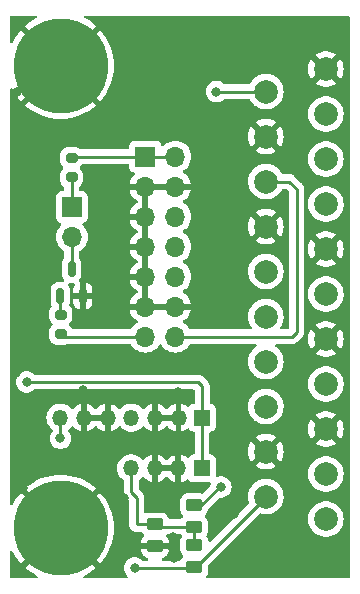
<source format=gbr>
%TF.GenerationSoftware,KiCad,Pcbnew,7.0.8*%
%TF.CreationDate,2024-05-06T13:54:13-04:00*%
%TF.ProjectId,scart breakout,73636172-7420-4627-9265-616b6f75742e,rev?*%
%TF.SameCoordinates,Original*%
%TF.FileFunction,Copper,L1,Top*%
%TF.FilePolarity,Positive*%
%FSLAX46Y46*%
G04 Gerber Fmt 4.6, Leading zero omitted, Abs format (unit mm)*
G04 Created by KiCad (PCBNEW 7.0.8) date 2024-05-06 13:54:13*
%MOMM*%
%LPD*%
G01*
G04 APERTURE LIST*
G04 Aperture macros list*
%AMRoundRect*
0 Rectangle with rounded corners*
0 $1 Rounding radius*
0 $2 $3 $4 $5 $6 $7 $8 $9 X,Y pos of 4 corners*
0 Add a 4 corners polygon primitive as box body*
4,1,4,$2,$3,$4,$5,$6,$7,$8,$9,$2,$3,0*
0 Add four circle primitives for the rounded corners*
1,1,$1+$1,$2,$3*
1,1,$1+$1,$4,$5*
1,1,$1+$1,$6,$7*
1,1,$1+$1,$8,$9*
0 Add four rect primitives between the rounded corners*
20,1,$1+$1,$2,$3,$4,$5,0*
20,1,$1+$1,$4,$5,$6,$7,0*
20,1,$1+$1,$6,$7,$8,$9,0*
20,1,$1+$1,$8,$9,$2,$3,0*%
G04 Aperture macros list end*
%TA.AperFunction,ComponentPad*%
%ADD10C,8.000000*%
%TD*%
%TA.AperFunction,ComponentPad*%
%ADD11C,1.998980*%
%TD*%
%TA.AperFunction,SMDPad,CuDef*%
%ADD12RoundRect,0.150000X0.150000X-0.512500X0.150000X0.512500X-0.150000X0.512500X-0.150000X-0.512500X0*%
%TD*%
%TA.AperFunction,ComponentPad*%
%ADD13R,1.700000X1.700000*%
%TD*%
%TA.AperFunction,ComponentPad*%
%ADD14O,1.700000X1.700000*%
%TD*%
%TA.AperFunction,SMDPad,CuDef*%
%ADD15RoundRect,0.200000X-0.275000X0.200000X-0.275000X-0.200000X0.275000X-0.200000X0.275000X0.200000X0*%
%TD*%
%TA.AperFunction,ComponentPad*%
%ADD16R,1.350000X1.350000*%
%TD*%
%TA.AperFunction,ComponentPad*%
%ADD17O,1.350000X1.350000*%
%TD*%
%TA.AperFunction,SMDPad,CuDef*%
%ADD18RoundRect,0.250000X0.450000X-0.262500X0.450000X0.262500X-0.450000X0.262500X-0.450000X-0.262500X0*%
%TD*%
%TA.AperFunction,ViaPad*%
%ADD19C,0.800000*%
%TD*%
%TA.AperFunction,Conductor*%
%ADD20C,0.250000*%
%TD*%
G04 APERTURE END LIST*
D10*
%TO.P,REF\u002A\u002A,1*%
%TO.N,GND*%
X16468000Y-55800000D03*
%TD*%
%TO.P,REF\u002A\u002A,1*%
%TO.N,GND*%
X16468000Y-16652400D03*
%TD*%
D11*
%TO.P,J1,1,P1*%
%TO.N,unconnected-(J1-P1-Pad1)*%
X38938200Y-55041800D03*
%TO.P,J1,2,P2*%
%TO.N,RIGHT*%
X33858200Y-53136800D03*
%TO.P,J1,3,P3*%
%TO.N,unconnected-(J1-P3-Pad3)*%
X38938200Y-51231800D03*
%TO.P,J1,4,P4*%
%TO.N,GND*%
X33858200Y-49326800D03*
%TO.P,J1,5,P5*%
X38938200Y-47421800D03*
%TO.P,J1,6,P6*%
%TO.N,LEFT*%
X33858200Y-45516800D03*
%TO.P,J1,7,P7*%
%TO.N,BLUE_IN*%
X38938200Y-43611800D03*
%TO.P,J1,8,P8*%
%TO.N,unconnected-(J1-P8-Pad8)*%
X33858200Y-41706800D03*
%TO.P,J1,9,P9*%
%TO.N,GND*%
X38938200Y-39801800D03*
%TO.P,J1,10,P10*%
%TO.N,unconnected-(J1-P10-Pad10)*%
X33858200Y-37896800D03*
%TO.P,J1,11,P11*%
%TO.N,GREEN_IN*%
X38938200Y-35991800D03*
%TO.P,J1,12,P12*%
%TO.N,unconnected-(J1-P12-Pad12)*%
X33858200Y-34086800D03*
%TO.P,J1,13,P13*%
%TO.N,GND*%
X38938200Y-32181800D03*
%TO.P,J1,14,P14*%
X33858200Y-30276800D03*
%TO.P,J1,15,P15*%
%TO.N,RED_IN*%
X38938200Y-28371800D03*
%TO.P,J1,16,P16*%
%TO.N,SCART_BLANKING*%
X33858200Y-26466800D03*
%TO.P,J1,17,P17*%
%TO.N,unconnected-(J1-P17-Pad17)*%
X38938200Y-24561800D03*
%TO.P,J1,18,P18*%
%TO.N,GND*%
X33858200Y-22656800D03*
%TO.P,J1,19,P19*%
%TO.N,unconnected-(J1-P19-Pad19)*%
X38938200Y-20751800D03*
%TO.P,J1,20,P20*%
%TO.N,COMPOSITE*%
X33858200Y-18846800D03*
%TO.P,J1,21,P21*%
%TO.N,GND*%
X38938200Y-16941800D03*
%TD*%
D12*
%TO.P,Q1,1,G*%
%TO.N,Net-(Q1-G)*%
X16449000Y-36158600D03*
%TO.P,Q1,2,S*%
%TO.N,GND*%
X18349000Y-36158600D03*
%TO.P,Q1,3,D*%
%TO.N,Net-(J2-Pin_2)*%
X17399000Y-33883600D03*
%TD*%
D13*
%TO.P,J2,1,Pin_1*%
%TO.N,Net-(J2-Pin_1)*%
X17424400Y-28625800D03*
D14*
%TO.P,J2,2,Pin_2*%
%TO.N,Net-(J2-Pin_2)*%
X17424400Y-31165800D03*
%TD*%
D15*
%TO.P,R2,1*%
%TO.N,+5V*%
X17399000Y-24473400D03*
%TO.P,R2,2*%
%TO.N,Net-(J2-Pin_1)*%
X17399000Y-26123400D03*
%TD*%
D16*
%TO.P,J5,1,Pin_1*%
%TO.N,COMPOSITE*%
X28448000Y-50749200D03*
D17*
%TO.P,J5,2,Pin_2*%
%TO.N,GND*%
X26448000Y-50749200D03*
%TO.P,J5,3,Pin_3*%
X24448000Y-50749200D03*
%TO.P,J5,4,Pin_4*%
%TO.N,Net-(J5-Pin_4)*%
X22448000Y-50749200D03*
%TD*%
D16*
%TO.P,J4,1,Pin_1*%
%TO.N,COMPOSITE*%
X28460200Y-46456600D03*
D17*
%TO.P,J4,2,Pin_2*%
%TO.N,GND*%
X26460200Y-46456600D03*
%TO.P,J4,3,Pin_3*%
X24460200Y-46456600D03*
%TO.P,J4,4,Pin_4*%
%TO.N,LEFT*%
X22460200Y-46456600D03*
%TO.P,J4,5,Pin_5*%
%TO.N,GND*%
X20460200Y-46456600D03*
%TO.P,J4,6,Pin_6*%
X18460200Y-46456600D03*
%TO.P,J4,7,Pin_7*%
%TO.N,RIGHT*%
X16460200Y-46456600D03*
%TD*%
D15*
%TO.P,R1,1*%
%TO.N,Net-(Q1-G)*%
X16484600Y-37732200D03*
%TO.P,R1,2*%
%TO.N,RGB_IN_USE*%
X16484600Y-39382200D03*
%TD*%
D18*
%TO.P,R4,1*%
%TO.N,RIGHT*%
X27787600Y-59080400D03*
%TO.P,R4,2*%
%TO.N,Net-(J5-Pin_4)*%
X27787600Y-57255400D03*
%TD*%
%TO.P,R3,1*%
%TO.N,Net-(J5-Pin_4)*%
X27762200Y-55702200D03*
%TO.P,R3,2*%
%TO.N,LEFT*%
X27762200Y-53877200D03*
%TD*%
D13*
%TO.P,J3,1,Pin_1*%
%TO.N,+5V*%
X23647400Y-24358600D03*
D14*
%TO.P,J3,2,Pin_2*%
X26187400Y-24358600D03*
%TO.P,J3,3,Pin_3*%
%TO.N,GND*%
X23647400Y-26898600D03*
%TO.P,J3,4,Pin_4*%
X26187400Y-26898600D03*
%TO.P,J3,5,Pin_5*%
X23647400Y-29438600D03*
%TO.P,J3,6,Pin_6*%
%TO.N,RED_IN*%
X26187400Y-29438600D03*
%TO.P,J3,7,Pin_7*%
%TO.N,GND*%
X23647400Y-31978600D03*
%TO.P,J3,8,Pin_8*%
%TO.N,GREEN_IN*%
X26187400Y-31978600D03*
%TO.P,J3,9,Pin_9*%
%TO.N,GND*%
X23647400Y-34518600D03*
%TO.P,J3,10,Pin_10*%
%TO.N,BLUE_IN*%
X26187400Y-34518600D03*
%TO.P,J3,11,Pin_11*%
%TO.N,GND*%
X23647400Y-37058600D03*
%TO.P,J3,12,Pin_12*%
X26187400Y-37058600D03*
%TO.P,J3,13,Pin_13*%
%TO.N,RGB_IN_USE*%
X23647400Y-39598600D03*
%TO.P,J3,14,Pin_14*%
%TO.N,SCART_BLANKING*%
X26187400Y-39598600D03*
%TD*%
D18*
%TO.P,R5,1*%
%TO.N,GND*%
X24460200Y-57327800D03*
%TO.P,R5,2*%
%TO.N,Net-(J5-Pin_4)*%
X24460200Y-55502800D03*
%TD*%
D19*
%TO.N,GND*%
X20015200Y-51308000D03*
X13258800Y-52374800D03*
X13233400Y-59461400D03*
X20472400Y-59385200D03*
X26035000Y-58343800D03*
X25908000Y-57429400D03*
X21855813Y-53277100D03*
%TO.N,RIGHT*%
X16459200Y-48209200D03*
X22733000Y-59182000D03*
%TO.N,COMPOSITE*%
X13589000Y-43434000D03*
X29667200Y-18846800D03*
%TO.N,GND*%
X18389600Y-44158500D03*
X12801600Y-18872200D03*
X23799800Y-48336200D03*
X26593800Y-42392600D03*
X29616400Y-35179000D03*
X30353000Y-31623000D03*
X14909800Y-34112200D03*
X27203400Y-16687800D03*
X30480000Y-43332400D03*
X17576800Y-42037000D03*
X25958800Y-56540400D03*
X30708600Y-58775600D03*
X26416000Y-44272200D03*
X14681200Y-41605200D03*
X31191200Y-54584600D03*
X12725400Y-42672000D03*
X23952200Y-53543200D03*
%TO.N,LEFT*%
X30048200Y-52324000D03*
%TD*%
D20*
%TO.N,COMPOSITE*%
X28448000Y-50749200D02*
X28448000Y-46468800D01*
X28448000Y-46468800D02*
X28460200Y-46456600D01*
%TO.N,LEFT*%
X30048200Y-52324000D02*
X29946600Y-52324000D01*
X29946600Y-52324000D02*
X28393400Y-53877200D01*
%TO.N,Net-(J5-Pin_4)*%
X24460200Y-55502800D02*
X22914600Y-55502800D01*
X22448000Y-52757697D02*
X22448000Y-50749200D01*
X22914600Y-55502800D02*
X22914600Y-53224297D01*
X22914600Y-53224297D02*
X22448000Y-52757697D01*
X27762200Y-55702200D02*
X24659600Y-55702200D01*
X24659600Y-55702200D02*
X24460200Y-55502800D01*
X27787600Y-57255400D02*
X27787600Y-55727600D01*
X27787600Y-55727600D02*
X27762200Y-55702200D01*
%TO.N,RIGHT*%
X16460200Y-48208200D02*
X16460200Y-46456600D01*
X16459200Y-48209200D02*
X16460200Y-48208200D01*
%TO.N,COMPOSITE*%
X13589000Y-43434000D02*
X28092400Y-43434000D01*
%TO.N,RIGHT*%
X27813000Y-59182000D02*
X22733000Y-59182000D01*
X33858200Y-53136800D02*
X27813000Y-59182000D01*
%TO.N,SCART_BLANKING*%
X35839400Y-26466800D02*
X36449000Y-27076400D01*
X36042600Y-39598600D02*
X26187400Y-39598600D01*
X36449000Y-27076400D02*
X36449000Y-39192200D01*
X36449000Y-39192200D02*
X36042600Y-39598600D01*
X33858200Y-26466800D02*
X35839400Y-26466800D01*
%TO.N,+5V*%
X23647400Y-24358600D02*
X17513800Y-24358600D01*
X17513800Y-24358600D02*
X17399000Y-24473400D01*
X26187400Y-24358600D02*
X23647400Y-24358600D01*
%TO.N,RGB_IN_USE*%
X16484600Y-39382200D02*
X16701000Y-39598600D01*
X16701000Y-39598600D02*
X23647400Y-39598600D01*
%TO.N,COMPOSITE*%
X28460200Y-43801800D02*
X28460200Y-46456600D01*
X33858200Y-18846800D02*
X29667200Y-18846800D01*
X28092400Y-43434000D02*
X28460200Y-43801800D01*
%TO.N,Net-(Q1-G)*%
X16449000Y-36158600D02*
X16449000Y-37696600D01*
X16449000Y-37696600D02*
X16484600Y-37732200D01*
%TO.N,Net-(J2-Pin_1)*%
X17424400Y-28625800D02*
X17424400Y-26148800D01*
X17424400Y-26148800D02*
X17399000Y-26123400D01*
%TO.N,Net-(J2-Pin_2)*%
X17399000Y-31191200D02*
X17424400Y-31165800D01*
X17399000Y-33883600D02*
X17399000Y-31191200D01*
%TD*%
%TA.AperFunction,Conductor*%
%TO.N,GND*%
G36*
X14952640Y-57113067D02*
G01*
X15154933Y-57315360D01*
X15241436Y-57380115D01*
X13465544Y-59156007D01*
X13465544Y-59156009D01*
X13753234Y-59394904D01*
X13753243Y-59394911D01*
X14096525Y-59630064D01*
X14096532Y-59630068D01*
X14462538Y-59833932D01*
X14461929Y-59835023D01*
X14509579Y-59879185D01*
X14527012Y-59946845D01*
X14505097Y-60013189D01*
X14450793Y-60057153D01*
X14403081Y-60066700D01*
X12318500Y-60066700D01*
X12251461Y-60047015D01*
X12205706Y-59994211D01*
X12194500Y-59942700D01*
X12194500Y-57850061D01*
X12214185Y-57783022D01*
X12266989Y-57737267D01*
X12336147Y-57727323D01*
X12399703Y-57756348D01*
X12431935Y-57799977D01*
X12435455Y-57807949D01*
X12435467Y-57807974D01*
X12637931Y-58171467D01*
X12637935Y-58171474D01*
X12873088Y-58514756D01*
X12873095Y-58514765D01*
X13111989Y-58802454D01*
X13111991Y-58802454D01*
X14887883Y-57026562D01*
X14952640Y-57113067D01*
G37*
%TD.AperFunction*%
%TA.AperFunction,Conductor*%
G36*
X22239940Y-25003785D02*
G01*
X22285695Y-25056589D01*
X22296901Y-25108100D01*
X22296901Y-25256476D01*
X22303308Y-25316083D01*
X22353602Y-25450928D01*
X22353606Y-25450935D01*
X22439852Y-25566144D01*
X22439855Y-25566147D01*
X22555064Y-25652393D01*
X22555071Y-25652397D01*
X22600018Y-25669161D01*
X22686998Y-25701602D01*
X22742931Y-25743473D01*
X22767349Y-25808937D01*
X22752498Y-25877210D01*
X22731347Y-25905465D01*
X22609286Y-26027526D01*
X22473800Y-26221020D01*
X22473799Y-26221022D01*
X22373970Y-26435107D01*
X22373967Y-26435113D01*
X22316764Y-26648599D01*
X22316764Y-26648600D01*
X23213714Y-26648600D01*
X23187907Y-26688756D01*
X23147400Y-26826711D01*
X23147400Y-26970489D01*
X23187907Y-27108444D01*
X23213714Y-27148600D01*
X22316764Y-27148600D01*
X22373967Y-27362086D01*
X22373970Y-27362092D01*
X22473799Y-27576178D01*
X22609294Y-27769682D01*
X22776317Y-27936705D01*
X22962431Y-28067025D01*
X23006056Y-28121603D01*
X23013248Y-28191101D01*
X22981726Y-28253456D01*
X22962431Y-28270175D01*
X22776322Y-28400490D01*
X22776320Y-28400491D01*
X22609291Y-28567520D01*
X22609286Y-28567526D01*
X22473800Y-28761020D01*
X22473799Y-28761022D01*
X22373970Y-28975107D01*
X22373967Y-28975113D01*
X22316764Y-29188599D01*
X22316764Y-29188600D01*
X23213714Y-29188600D01*
X23187907Y-29228756D01*
X23147400Y-29366711D01*
X23147400Y-29510489D01*
X23187907Y-29648444D01*
X23213714Y-29688600D01*
X22316764Y-29688600D01*
X22373967Y-29902086D01*
X22373970Y-29902092D01*
X22473799Y-30116178D01*
X22609294Y-30309682D01*
X22776317Y-30476705D01*
X22962431Y-30607025D01*
X23006056Y-30661603D01*
X23013248Y-30731101D01*
X22981726Y-30793456D01*
X22962431Y-30810175D01*
X22776322Y-30940490D01*
X22776320Y-30940491D01*
X22609291Y-31107520D01*
X22609286Y-31107526D01*
X22473800Y-31301020D01*
X22473799Y-31301022D01*
X22373970Y-31515107D01*
X22373967Y-31515113D01*
X22316764Y-31728599D01*
X22316764Y-31728600D01*
X23213714Y-31728600D01*
X23187907Y-31768756D01*
X23147400Y-31906711D01*
X23147400Y-32050489D01*
X23187907Y-32188444D01*
X23213714Y-32228600D01*
X22316764Y-32228600D01*
X22373967Y-32442086D01*
X22373970Y-32442092D01*
X22473799Y-32656178D01*
X22609294Y-32849682D01*
X22776317Y-33016705D01*
X22962431Y-33147025D01*
X23006056Y-33201603D01*
X23013248Y-33271101D01*
X22981726Y-33333456D01*
X22962431Y-33350175D01*
X22776322Y-33480490D01*
X22776320Y-33480491D01*
X22609291Y-33647520D01*
X22609286Y-33647526D01*
X22473800Y-33841020D01*
X22473799Y-33841022D01*
X22373970Y-34055107D01*
X22373967Y-34055113D01*
X22316764Y-34268599D01*
X22316764Y-34268600D01*
X23213714Y-34268600D01*
X23187907Y-34308756D01*
X23147400Y-34446711D01*
X23147400Y-34590489D01*
X23187907Y-34728444D01*
X23213714Y-34768600D01*
X22316764Y-34768600D01*
X22373967Y-34982086D01*
X22373970Y-34982092D01*
X22473799Y-35196178D01*
X22609294Y-35389682D01*
X22776317Y-35556705D01*
X22962431Y-35687025D01*
X23006056Y-35741603D01*
X23013248Y-35811101D01*
X22981726Y-35873456D01*
X22962431Y-35890175D01*
X22776322Y-36020490D01*
X22776320Y-36020491D01*
X22609291Y-36187520D01*
X22609286Y-36187526D01*
X22473800Y-36381020D01*
X22473799Y-36381022D01*
X22373970Y-36595107D01*
X22373967Y-36595113D01*
X22316764Y-36808599D01*
X22316764Y-36808600D01*
X23213714Y-36808600D01*
X23187907Y-36848756D01*
X23147400Y-36986711D01*
X23147400Y-37130489D01*
X23187907Y-37268444D01*
X23213714Y-37308600D01*
X22316764Y-37308600D01*
X22373967Y-37522086D01*
X22373970Y-37522092D01*
X22473799Y-37736178D01*
X22609294Y-37929682D01*
X22776317Y-38096705D01*
X22961995Y-38226719D01*
X23005619Y-38281296D01*
X23012812Y-38350795D01*
X22981290Y-38413149D01*
X22961995Y-38429869D01*
X22775994Y-38560108D01*
X22608905Y-38727197D01*
X22473748Y-38920223D01*
X22419171Y-38963848D01*
X22372173Y-38973100D01*
X17519406Y-38973100D01*
X17452367Y-38953415D01*
X17406612Y-38900611D01*
X17406161Y-38899433D01*
X17406157Y-38899435D01*
X17403079Y-38892597D01*
X17403078Y-38892596D01*
X17403078Y-38892594D01*
X17315072Y-38747015D01*
X17315070Y-38747013D01*
X17315069Y-38747011D01*
X17212939Y-38644881D01*
X17179454Y-38583558D01*
X17184438Y-38513866D01*
X17212939Y-38469519D01*
X17315068Y-38367389D01*
X17315069Y-38367388D01*
X17315072Y-38367385D01*
X17403078Y-38221806D01*
X17453686Y-38059396D01*
X17460100Y-37988816D01*
X17460100Y-37475584D01*
X17453686Y-37405004D01*
X17403078Y-37242594D01*
X17315072Y-37097015D01*
X17315070Y-37097013D01*
X17315069Y-37097011D01*
X17241075Y-37023017D01*
X17207590Y-36961694D01*
X17209680Y-36900741D01*
X17246597Y-36773673D01*
X17246598Y-36773667D01*
X17249500Y-36736796D01*
X17249500Y-36408600D01*
X17549000Y-36408600D01*
X17549000Y-36736744D01*
X17551899Y-36773589D01*
X17551900Y-36773595D01*
X17597716Y-36931293D01*
X17597717Y-36931296D01*
X17681314Y-37072652D01*
X17681321Y-37072661D01*
X17797438Y-37188778D01*
X17797447Y-37188785D01*
X17938801Y-37272381D01*
X18096514Y-37318200D01*
X18096511Y-37318200D01*
X18098998Y-37318395D01*
X18099000Y-37318395D01*
X18099000Y-36408600D01*
X18599000Y-36408600D01*
X18599000Y-37318395D01*
X18599001Y-37318395D01*
X18601486Y-37318200D01*
X18759198Y-37272381D01*
X18900552Y-37188785D01*
X18900561Y-37188778D01*
X19016678Y-37072661D01*
X19016685Y-37072652D01*
X19100282Y-36931296D01*
X19100283Y-36931293D01*
X19146099Y-36773595D01*
X19146100Y-36773589D01*
X19149000Y-36736744D01*
X19149000Y-36408600D01*
X18599000Y-36408600D01*
X18099000Y-36408600D01*
X17549000Y-36408600D01*
X17249500Y-36408600D01*
X17249500Y-35580404D01*
X17246598Y-35543532D01*
X17246597Y-35543526D01*
X17200745Y-35385706D01*
X17200744Y-35385703D01*
X17200744Y-35385702D01*
X17117081Y-35244235D01*
X17113110Y-35237520D01*
X17114928Y-35236444D01*
X17093381Y-35181568D01*
X17107059Y-35113050D01*
X17155609Y-35062804D01*
X17216895Y-35046600D01*
X17581742Y-35046600D01*
X17648781Y-35066285D01*
X17694536Y-35119089D01*
X17704480Y-35188247D01*
X17683814Y-35236957D01*
X17685288Y-35237829D01*
X17597717Y-35385903D01*
X17597716Y-35385906D01*
X17551900Y-35543604D01*
X17551899Y-35543610D01*
X17549000Y-35580456D01*
X17549000Y-35908600D01*
X18099000Y-35908600D01*
X18099000Y-34998803D01*
X18599000Y-34998803D01*
X18599000Y-35908600D01*
X19149000Y-35908600D01*
X19149000Y-35580456D01*
X19146100Y-35543610D01*
X19146099Y-35543604D01*
X19100283Y-35385906D01*
X19100282Y-35385903D01*
X19016685Y-35244547D01*
X19016678Y-35244538D01*
X18900561Y-35128421D01*
X18900552Y-35128414D01*
X18759196Y-35044817D01*
X18759193Y-35044816D01*
X18601494Y-34999000D01*
X18601497Y-34999000D01*
X18599000Y-34998803D01*
X18099000Y-34998803D01*
X18099000Y-34998802D01*
X18072765Y-34974561D01*
X18036887Y-34914607D01*
X18039118Y-34844773D01*
X18063533Y-34805088D01*
X18062298Y-34804131D01*
X18067075Y-34797970D01*
X18067081Y-34797965D01*
X18150744Y-34656498D01*
X18186703Y-34532726D01*
X18196597Y-34498673D01*
X18196598Y-34498667D01*
X18199500Y-34461796D01*
X18199500Y-33305404D01*
X18196598Y-33268532D01*
X18196597Y-33268526D01*
X18150745Y-33110706D01*
X18150744Y-33110703D01*
X18150744Y-33110702D01*
X18067081Y-32969235D01*
X18067079Y-32969233D01*
X18067076Y-32969229D01*
X18060819Y-32962972D01*
X18027334Y-32901649D01*
X18024500Y-32875291D01*
X18024500Y-32455077D01*
X18044185Y-32388038D01*
X18096098Y-32342693D01*
X18102230Y-32339835D01*
X18295801Y-32204295D01*
X18462895Y-32037201D01*
X18598435Y-31843630D01*
X18698303Y-31629463D01*
X18759463Y-31401208D01*
X18780059Y-31165800D01*
X18759463Y-30930392D01*
X18698303Y-30702137D01*
X18598435Y-30487971D01*
X18590818Y-30477093D01*
X18462896Y-30294400D01*
X18445290Y-30276794D01*
X18340967Y-30172471D01*
X18307484Y-30111151D01*
X18312468Y-30041459D01*
X18354339Y-29985525D01*
X18385315Y-29968610D01*
X18516731Y-29919596D01*
X18631946Y-29833346D01*
X18718196Y-29718131D01*
X18768491Y-29583283D01*
X18774900Y-29523673D01*
X18774899Y-27727928D01*
X18768491Y-27668317D01*
X18734125Y-27576178D01*
X18718197Y-27533471D01*
X18718193Y-27533464D01*
X18631947Y-27418255D01*
X18631944Y-27418252D01*
X18516735Y-27332006D01*
X18516728Y-27332002D01*
X18381882Y-27281708D01*
X18381883Y-27281708D01*
X18322283Y-27275301D01*
X18322281Y-27275300D01*
X18322273Y-27275300D01*
X18322265Y-27275300D01*
X18173900Y-27275300D01*
X18106861Y-27255615D01*
X18061106Y-27202811D01*
X18049900Y-27151300D01*
X18049900Y-26984647D01*
X18069585Y-26917608D01*
X18103867Y-26884257D01*
X18103276Y-26883502D01*
X18109180Y-26878875D01*
X18109179Y-26878875D01*
X18109185Y-26878872D01*
X18229472Y-26758585D01*
X18317478Y-26613006D01*
X18368086Y-26450596D01*
X18374500Y-26380016D01*
X18374500Y-25866784D01*
X18368086Y-25796204D01*
X18317478Y-25633794D01*
X18229472Y-25488215D01*
X18229470Y-25488213D01*
X18229469Y-25488211D01*
X18127339Y-25386081D01*
X18093854Y-25324758D01*
X18098838Y-25255066D01*
X18127339Y-25210719D01*
X18229468Y-25108589D01*
X18229469Y-25108588D01*
X18229472Y-25108585D01*
X18268545Y-25043949D01*
X18320073Y-24996762D01*
X18374662Y-24984100D01*
X22172901Y-24984100D01*
X22239940Y-25003785D01*
G37*
%TD.AperFunction*%
%TA.AperFunction,Conductor*%
G36*
X25727907Y-36848756D02*
G01*
X25687400Y-36986711D01*
X25687400Y-37130489D01*
X25727907Y-37268444D01*
X25753714Y-37308600D01*
X24081086Y-37308600D01*
X24106893Y-37268444D01*
X24147400Y-37130489D01*
X24147400Y-36986711D01*
X24106893Y-36848756D01*
X24081086Y-36808600D01*
X25753714Y-36808600D01*
X25727907Y-36848756D01*
G37*
%TD.AperFunction*%
%TA.AperFunction,Conductor*%
G36*
X23897400Y-36623098D02*
G01*
X23789715Y-36573920D01*
X23683163Y-36558600D01*
X23611637Y-36558600D01*
X23505085Y-36573920D01*
X23397400Y-36623098D01*
X23397400Y-34954101D01*
X23505085Y-35003280D01*
X23611637Y-35018600D01*
X23683163Y-35018600D01*
X23789715Y-35003280D01*
X23897400Y-34954101D01*
X23897400Y-36623098D01*
G37*
%TD.AperFunction*%
%TA.AperFunction,Conductor*%
G36*
X23897400Y-34083098D02*
G01*
X23789715Y-34033920D01*
X23683163Y-34018600D01*
X23611637Y-34018600D01*
X23505085Y-34033920D01*
X23397400Y-34083098D01*
X23397400Y-32414101D01*
X23505085Y-32463280D01*
X23611637Y-32478600D01*
X23683163Y-32478600D01*
X23789715Y-32463280D01*
X23897400Y-32414101D01*
X23897400Y-34083098D01*
G37*
%TD.AperFunction*%
%TA.AperFunction,Conductor*%
G36*
X23897400Y-31543098D02*
G01*
X23789715Y-31493920D01*
X23683163Y-31478600D01*
X23611637Y-31478600D01*
X23505085Y-31493920D01*
X23397400Y-31543098D01*
X23397400Y-29874101D01*
X23505085Y-29923280D01*
X23611637Y-29938600D01*
X23683163Y-29938600D01*
X23789715Y-29923280D01*
X23897400Y-29874101D01*
X23897400Y-31543098D01*
G37*
%TD.AperFunction*%
%TA.AperFunction,Conductor*%
G36*
X23897400Y-29003098D02*
G01*
X23789715Y-28953920D01*
X23683163Y-28938600D01*
X23611637Y-28938600D01*
X23505085Y-28953920D01*
X23397400Y-29003098D01*
X23397400Y-27334101D01*
X23505085Y-27383280D01*
X23611637Y-27398600D01*
X23683163Y-27398600D01*
X23789715Y-27383280D01*
X23897400Y-27334101D01*
X23897400Y-29003098D01*
G37*
%TD.AperFunction*%
%TA.AperFunction,Conductor*%
G36*
X25727907Y-26688756D02*
G01*
X25687400Y-26826711D01*
X25687400Y-26970489D01*
X25727907Y-27108444D01*
X25753714Y-27148600D01*
X24081086Y-27148600D01*
X24106893Y-27108444D01*
X24147400Y-26970489D01*
X24147400Y-26826711D01*
X24106893Y-26688756D01*
X24081086Y-26648600D01*
X25753714Y-26648600D01*
X25727907Y-26688756D01*
G37*
%TD.AperFunction*%
%TA.AperFunction,Conductor*%
G36*
X40846400Y-12445801D02*
G01*
X40913407Y-12465593D01*
X40959077Y-12518471D01*
X40970200Y-12569801D01*
X40970200Y-59942700D01*
X40950515Y-60009739D01*
X40897711Y-60055494D01*
X40846200Y-60066700D01*
X28874530Y-60066700D01*
X28807491Y-60047015D01*
X28761736Y-59994211D01*
X28751792Y-59925053D01*
X28780817Y-59861497D01*
X28786849Y-59855019D01*
X28807936Y-59833932D01*
X28830312Y-59811556D01*
X28922414Y-59662234D01*
X28977599Y-59495697D01*
X28988100Y-59392909D01*
X28988099Y-58942850D01*
X29007783Y-58875812D01*
X29024413Y-58855175D01*
X32837784Y-55041805D01*
X37433069Y-55041805D01*
X37453596Y-55289532D01*
X37514621Y-55530515D01*
X37614476Y-55758162D01*
X37750440Y-55966272D01*
X37918799Y-56149157D01*
X37918809Y-56149166D01*
X37967679Y-56187203D01*
X38092087Y-56284034D01*
X38114966Y-56301841D01*
X38114971Y-56301845D01*
X38283617Y-56393112D01*
X38333596Y-56420159D01*
X38333599Y-56420160D01*
X38568708Y-56500873D01*
X38568710Y-56500873D01*
X38568712Y-56500874D01*
X38813907Y-56541790D01*
X38813908Y-56541790D01*
X39062492Y-56541790D01*
X39062493Y-56541790D01*
X39307688Y-56500874D01*
X39542804Y-56420159D01*
X39761429Y-56301845D01*
X39957597Y-56149161D01*
X40125960Y-55966271D01*
X40261923Y-55758163D01*
X40361779Y-55530515D01*
X40422803Y-55289536D01*
X40440439Y-55076700D01*
X40443331Y-55041805D01*
X40443331Y-55041794D01*
X40422803Y-54794067D01*
X40422803Y-54794064D01*
X40361779Y-54553085D01*
X40261923Y-54325437D01*
X40208823Y-54244161D01*
X40125959Y-54117327D01*
X39957600Y-53934442D01*
X39957590Y-53934433D01*
X39761433Y-53781758D01*
X39761428Y-53781754D01*
X39542805Y-53663441D01*
X39542800Y-53663439D01*
X39307691Y-53582726D01*
X39123791Y-53552039D01*
X39062493Y-53541810D01*
X38813907Y-53541810D01*
X38764868Y-53549993D01*
X38568708Y-53582726D01*
X38333599Y-53663439D01*
X38333594Y-53663441D01*
X38114971Y-53781754D01*
X38114966Y-53781758D01*
X37918809Y-53934433D01*
X37918799Y-53934442D01*
X37750440Y-54117327D01*
X37614476Y-54325437D01*
X37514621Y-54553084D01*
X37453596Y-54794067D01*
X37433069Y-55041794D01*
X37433069Y-55041805D01*
X32837784Y-55041805D01*
X33281374Y-54598215D01*
X33342695Y-54564732D01*
X33409315Y-54568616D01*
X33456735Y-54584896D01*
X33488711Y-54595874D01*
X33563512Y-54608356D01*
X33733907Y-54636790D01*
X33733908Y-54636790D01*
X33982492Y-54636790D01*
X33982493Y-54636790D01*
X34227688Y-54595874D01*
X34462804Y-54515159D01*
X34681429Y-54396845D01*
X34877597Y-54244161D01*
X35045960Y-54061271D01*
X35181923Y-53853163D01*
X35281779Y-53625515D01*
X35342803Y-53384536D01*
X35351926Y-53274431D01*
X35363331Y-53136805D01*
X35363331Y-53136794D01*
X35346186Y-52929887D01*
X35342803Y-52889064D01*
X35281779Y-52648085D01*
X35181923Y-52420437D01*
X35128823Y-52339161D01*
X35045959Y-52212327D01*
X34877600Y-52029442D01*
X34877590Y-52029433D01*
X34681433Y-51876758D01*
X34681428Y-51876754D01*
X34462805Y-51758441D01*
X34462800Y-51758439D01*
X34227691Y-51677726D01*
X34043791Y-51647039D01*
X33982493Y-51636810D01*
X33733907Y-51636810D01*
X33684868Y-51644993D01*
X33488708Y-51677726D01*
X33253599Y-51758439D01*
X33253594Y-51758441D01*
X33034971Y-51876754D01*
X33034966Y-51876758D01*
X32838809Y-52029433D01*
X32838799Y-52029442D01*
X32670440Y-52212327D01*
X32534476Y-52420437D01*
X32434621Y-52648084D01*
X32373596Y-52889067D01*
X32353069Y-53136794D01*
X32353069Y-53136805D01*
X32373596Y-53384532D01*
X32427483Y-53597329D01*
X32424858Y-53667149D01*
X32394958Y-53715450D01*
X29189248Y-56921159D01*
X29127925Y-56954644D01*
X29058233Y-56949660D01*
X29002300Y-56907788D01*
X28978209Y-56846075D01*
X28977599Y-56840104D01*
X28977598Y-56840100D01*
X28946474Y-56746175D01*
X28922414Y-56673566D01*
X28897363Y-56632952D01*
X28829733Y-56523305D01*
X28811293Y-56455913D01*
X28829733Y-56393113D01*
X28897014Y-56284034D01*
X28952199Y-56117497D01*
X28962700Y-56014709D01*
X28962699Y-55389692D01*
X28952199Y-55286903D01*
X28897014Y-55120366D01*
X28804912Y-54971044D01*
X28711249Y-54877381D01*
X28677764Y-54816058D01*
X28682748Y-54746366D01*
X28711249Y-54702019D01*
X28804912Y-54608356D01*
X28897014Y-54459034D01*
X28952199Y-54292497D01*
X28957899Y-54236690D01*
X28984294Y-54172001D01*
X28993567Y-54161621D01*
X29894370Y-53260819D01*
X29955693Y-53227334D01*
X29982051Y-53224500D01*
X30142844Y-53224500D01*
X30142846Y-53224500D01*
X30328003Y-53185144D01*
X30500930Y-53108151D01*
X30654071Y-52996888D01*
X30780733Y-52856216D01*
X30875379Y-52692284D01*
X30933874Y-52512256D01*
X30953660Y-52324000D01*
X30933874Y-52135744D01*
X30875379Y-51955716D01*
X30780733Y-51791784D01*
X30654071Y-51651112D01*
X30654070Y-51651111D01*
X30500934Y-51539851D01*
X30500929Y-51539848D01*
X30328007Y-51462857D01*
X30328002Y-51462855D01*
X30182201Y-51431865D01*
X30142846Y-51423500D01*
X29953554Y-51423500D01*
X29821186Y-51451635D01*
X29773279Y-51461818D01*
X29703612Y-51456501D01*
X29647879Y-51414363D01*
X29623774Y-51348783D01*
X29623499Y-51340554D01*
X29623499Y-51231805D01*
X37433069Y-51231805D01*
X37453596Y-51479532D01*
X37514621Y-51720515D01*
X37614476Y-51948162D01*
X37750440Y-52156272D01*
X37904846Y-52324000D01*
X37918803Y-52339161D01*
X38114971Y-52491845D01*
X38333596Y-52610159D01*
X38333599Y-52610160D01*
X38568708Y-52690873D01*
X38568710Y-52690873D01*
X38568712Y-52690874D01*
X38813907Y-52731790D01*
X38813908Y-52731790D01*
X39062492Y-52731790D01*
X39062493Y-52731790D01*
X39307688Y-52690874D01*
X39308577Y-52690569D01*
X39354067Y-52674952D01*
X39542804Y-52610159D01*
X39761429Y-52491845D01*
X39957597Y-52339161D01*
X40125960Y-52156271D01*
X40261923Y-51948163D01*
X40361779Y-51720515D01*
X40422803Y-51479536D01*
X40443331Y-51231800D01*
X40438679Y-51175662D01*
X40424057Y-50999200D01*
X40422803Y-50984064D01*
X40361779Y-50743085D01*
X40261923Y-50515437D01*
X40136029Y-50322741D01*
X40125959Y-50307327D01*
X39957600Y-50124442D01*
X39957590Y-50124433D01*
X39761433Y-49971758D01*
X39761428Y-49971754D01*
X39542805Y-49853441D01*
X39542800Y-49853439D01*
X39307691Y-49772726D01*
X39123791Y-49742039D01*
X39062493Y-49731810D01*
X38813907Y-49731810D01*
X38764868Y-49739993D01*
X38568708Y-49772726D01*
X38333599Y-49853439D01*
X38333594Y-49853441D01*
X38114971Y-49971754D01*
X38114966Y-49971758D01*
X37918809Y-50124433D01*
X37918799Y-50124442D01*
X37750440Y-50307327D01*
X37614476Y-50515437D01*
X37514621Y-50743084D01*
X37453596Y-50984067D01*
X37433069Y-51231794D01*
X37433069Y-51231805D01*
X29623499Y-51231805D01*
X29623499Y-50026328D01*
X29617633Y-49971755D01*
X29617091Y-49966716D01*
X29566797Y-49831871D01*
X29566793Y-49831864D01*
X29480547Y-49716655D01*
X29480544Y-49716652D01*
X29365335Y-49630406D01*
X29365328Y-49630402D01*
X29230483Y-49580108D01*
X29184243Y-49575137D01*
X29119693Y-49548399D01*
X29079845Y-49491006D01*
X29073500Y-49451848D01*
X29073500Y-49326805D01*
X32353571Y-49326805D01*
X32374090Y-49574446D01*
X32374092Y-49574457D01*
X32435095Y-49815350D01*
X32534916Y-50042920D01*
X32635132Y-50196312D01*
X33295854Y-49535590D01*
X33334590Y-49629106D01*
X33430674Y-49754326D01*
X33555894Y-49850410D01*
X33649408Y-49889144D01*
X32988507Y-50550045D01*
X32988507Y-50550046D01*
X33035244Y-50586423D01*
X33253795Y-50704698D01*
X33253804Y-50704701D01*
X33488832Y-50785387D01*
X33733949Y-50826290D01*
X33982451Y-50826290D01*
X34227567Y-50785387D01*
X34462595Y-50704701D01*
X34462603Y-50704698D01*
X34681157Y-50586422D01*
X34727891Y-50550045D01*
X34727892Y-50550044D01*
X34066992Y-49889144D01*
X34160506Y-49850410D01*
X34285726Y-49754326D01*
X34381810Y-49629107D01*
X34420544Y-49535591D01*
X35081266Y-50196313D01*
X35181481Y-50042925D01*
X35281304Y-49815350D01*
X35342307Y-49574457D01*
X35342309Y-49574446D01*
X35362829Y-49326805D01*
X35362829Y-49326794D01*
X35342309Y-49079153D01*
X35342307Y-49079142D01*
X35281304Y-48838249D01*
X35181483Y-48610679D01*
X35081266Y-48457285D01*
X34420544Y-49118007D01*
X34381810Y-49024494D01*
X34285726Y-48899274D01*
X34160506Y-48803190D01*
X34066991Y-48764454D01*
X34727891Y-48103553D01*
X34681152Y-48067174D01*
X34462604Y-47948901D01*
X34462595Y-47948898D01*
X34227567Y-47868212D01*
X33982451Y-47827310D01*
X33733949Y-47827310D01*
X33488832Y-47868212D01*
X33253804Y-47948898D01*
X33253795Y-47948901D01*
X33035244Y-48067176D01*
X32988507Y-48103552D01*
X32988507Y-48103553D01*
X33649408Y-48764454D01*
X33555894Y-48803190D01*
X33430674Y-48899274D01*
X33334590Y-49024493D01*
X33295854Y-49118008D01*
X32635131Y-48457285D01*
X32534917Y-48610676D01*
X32435095Y-48838249D01*
X32374092Y-49079142D01*
X32374090Y-49079153D01*
X32353571Y-49326794D01*
X32353571Y-49326805D01*
X29073500Y-49326805D01*
X29073500Y-47755262D01*
X29093185Y-47688223D01*
X29145989Y-47642468D01*
X29184244Y-47631972D01*
X29242683Y-47625691D01*
X29377531Y-47575396D01*
X29492746Y-47489146D01*
X29543158Y-47421805D01*
X37433571Y-47421805D01*
X37454090Y-47669446D01*
X37454092Y-47669457D01*
X37515095Y-47910350D01*
X37614916Y-48137920D01*
X37715132Y-48291312D01*
X38375854Y-47630590D01*
X38414590Y-47724106D01*
X38510674Y-47849326D01*
X38635894Y-47945410D01*
X38729408Y-47984144D01*
X38068507Y-48645045D01*
X38068507Y-48645046D01*
X38115244Y-48681423D01*
X38333795Y-48799698D01*
X38333804Y-48799701D01*
X38568832Y-48880387D01*
X38813949Y-48921290D01*
X39062451Y-48921290D01*
X39307567Y-48880387D01*
X39542595Y-48799701D01*
X39542603Y-48799698D01*
X39761157Y-48681422D01*
X39807891Y-48645045D01*
X39807892Y-48645044D01*
X39146992Y-47984144D01*
X39240506Y-47945410D01*
X39365726Y-47849326D01*
X39461810Y-47724107D01*
X39500544Y-47630591D01*
X40161266Y-48291313D01*
X40261481Y-48137925D01*
X40361304Y-47910350D01*
X40422307Y-47669457D01*
X40422309Y-47669446D01*
X40442829Y-47421805D01*
X40442829Y-47421794D01*
X40422309Y-47174153D01*
X40422307Y-47174142D01*
X40361304Y-46933249D01*
X40261483Y-46705679D01*
X40161266Y-46552285D01*
X39500544Y-47213007D01*
X39461810Y-47119494D01*
X39365726Y-46994274D01*
X39240506Y-46898190D01*
X39146991Y-46859454D01*
X39807891Y-46198553D01*
X39761152Y-46162174D01*
X39542604Y-46043901D01*
X39542595Y-46043898D01*
X39307567Y-45963212D01*
X39062451Y-45922310D01*
X38813949Y-45922310D01*
X38568832Y-45963212D01*
X38333804Y-46043898D01*
X38333795Y-46043901D01*
X38115244Y-46162176D01*
X38068507Y-46198552D01*
X38068507Y-46198553D01*
X38729408Y-46859454D01*
X38635894Y-46898190D01*
X38510674Y-46994274D01*
X38414590Y-47119493D01*
X38375854Y-47213008D01*
X37715131Y-46552285D01*
X37614917Y-46705676D01*
X37515095Y-46933249D01*
X37454092Y-47174142D01*
X37454090Y-47174153D01*
X37433571Y-47421794D01*
X37433571Y-47421805D01*
X29543158Y-47421805D01*
X29578996Y-47373931D01*
X29629291Y-47239083D01*
X29635700Y-47179473D01*
X29635699Y-45733728D01*
X29629291Y-45674117D01*
X29624626Y-45661610D01*
X29578997Y-45539271D01*
X29578993Y-45539264D01*
X29562180Y-45516805D01*
X32353069Y-45516805D01*
X32373596Y-45764532D01*
X32434621Y-46005515D01*
X32534476Y-46233162D01*
X32670440Y-46441272D01*
X32838799Y-46624157D01*
X32838809Y-46624166D01*
X32943533Y-46705676D01*
X33034971Y-46776845D01*
X33253596Y-46895159D01*
X33253599Y-46895160D01*
X33488708Y-46975873D01*
X33488710Y-46975873D01*
X33488712Y-46975874D01*
X33733907Y-47016790D01*
X33733908Y-47016790D01*
X33982492Y-47016790D01*
X33982493Y-47016790D01*
X34227688Y-46975874D01*
X34462804Y-46895159D01*
X34681429Y-46776845D01*
X34877597Y-46624161D01*
X35045960Y-46441271D01*
X35181923Y-46233163D01*
X35281779Y-46005515D01*
X35342803Y-45764536D01*
X35361469Y-45539271D01*
X35363331Y-45516805D01*
X35363331Y-45516794D01*
X35347117Y-45321130D01*
X35342803Y-45269064D01*
X35281779Y-45028085D01*
X35181923Y-44800437D01*
X35128823Y-44719161D01*
X35045959Y-44592327D01*
X34877600Y-44409442D01*
X34877590Y-44409433D01*
X34681433Y-44256758D01*
X34681428Y-44256754D01*
X34462805Y-44138441D01*
X34462800Y-44138439D01*
X34227691Y-44057726D01*
X34043791Y-44027039D01*
X33982493Y-44016810D01*
X33733907Y-44016810D01*
X33684868Y-44024993D01*
X33488708Y-44057726D01*
X33253599Y-44138439D01*
X33253594Y-44138441D01*
X33034971Y-44256754D01*
X33034966Y-44256758D01*
X32838809Y-44409433D01*
X32838799Y-44409442D01*
X32670440Y-44592327D01*
X32534476Y-44800437D01*
X32434621Y-45028084D01*
X32373596Y-45269067D01*
X32353069Y-45516794D01*
X32353069Y-45516805D01*
X29562180Y-45516805D01*
X29492747Y-45424055D01*
X29492744Y-45424052D01*
X29377535Y-45337806D01*
X29377528Y-45337802D01*
X29242683Y-45287508D01*
X29196443Y-45282537D01*
X29131893Y-45255799D01*
X29092045Y-45198406D01*
X29085700Y-45159248D01*
X29085700Y-43884542D01*
X29087424Y-43868922D01*
X29087139Y-43868895D01*
X29087873Y-43861133D01*
X29085700Y-43791972D01*
X29085700Y-43762456D01*
X29085700Y-43762450D01*
X29084831Y-43755579D01*
X29084373Y-43749752D01*
X29082910Y-43703173D01*
X29077319Y-43683930D01*
X29073373Y-43664878D01*
X29070864Y-43645008D01*
X29057718Y-43611805D01*
X37433069Y-43611805D01*
X37453596Y-43859532D01*
X37514621Y-44100515D01*
X37614476Y-44328162D01*
X37750440Y-44536272D01*
X37802043Y-44592327D01*
X37918803Y-44719161D01*
X38114971Y-44871845D01*
X38333596Y-44990159D01*
X38333599Y-44990160D01*
X38568708Y-45070873D01*
X38568710Y-45070873D01*
X38568712Y-45070874D01*
X38813907Y-45111790D01*
X38813908Y-45111790D01*
X39062492Y-45111790D01*
X39062493Y-45111790D01*
X39307688Y-45070874D01*
X39542804Y-44990159D01*
X39761429Y-44871845D01*
X39957597Y-44719161D01*
X40125960Y-44536271D01*
X40261923Y-44328163D01*
X40361779Y-44100515D01*
X40422803Y-43859536D01*
X40437354Y-43683934D01*
X40443331Y-43611805D01*
X40443331Y-43611794D01*
X40427055Y-43415375D01*
X40422803Y-43364064D01*
X40361779Y-43123085D01*
X40261923Y-42895437D01*
X40247145Y-42872818D01*
X40125959Y-42687327D01*
X39957600Y-42504442D01*
X39957590Y-42504433D01*
X39761433Y-42351758D01*
X39761428Y-42351754D01*
X39542805Y-42233441D01*
X39542800Y-42233439D01*
X39307691Y-42152726D01*
X39123791Y-42122039D01*
X39062493Y-42111810D01*
X38813907Y-42111810D01*
X38764868Y-42119993D01*
X38568708Y-42152726D01*
X38333599Y-42233439D01*
X38333594Y-42233441D01*
X38114971Y-42351754D01*
X38114966Y-42351758D01*
X37918809Y-42504433D01*
X37918799Y-42504442D01*
X37750440Y-42687327D01*
X37614476Y-42895437D01*
X37514621Y-43123084D01*
X37453596Y-43364067D01*
X37433069Y-43611794D01*
X37433069Y-43611805D01*
X29057718Y-43611805D01*
X29053704Y-43601667D01*
X29051824Y-43596179D01*
X29038818Y-43551410D01*
X29028622Y-43534170D01*
X29020061Y-43516694D01*
X29012687Y-43498070D01*
X29012686Y-43498068D01*
X28985279Y-43460345D01*
X28982088Y-43455486D01*
X28958372Y-43415383D01*
X28958366Y-43415375D01*
X28944207Y-43401217D01*
X28931570Y-43386422D01*
X28919794Y-43370213D01*
X28883890Y-43340510D01*
X28879568Y-43336577D01*
X28593206Y-43050216D01*
X28583385Y-43037957D01*
X28583164Y-43038141D01*
X28578189Y-43032129D01*
X28578186Y-43032123D01*
X28554609Y-43009983D01*
X28527763Y-42984772D01*
X28506874Y-42963883D01*
X28506873Y-42963882D01*
X28506871Y-42963880D01*
X28501384Y-42959623D01*
X28496950Y-42955836D01*
X28462982Y-42923938D01*
X28462981Y-42923937D01*
X28462977Y-42923935D01*
X28445429Y-42914288D01*
X28429163Y-42903604D01*
X28426817Y-42901784D01*
X28413336Y-42891327D01*
X28413335Y-42891326D01*
X28413333Y-42891325D01*
X28370568Y-42872818D01*
X28365322Y-42870248D01*
X28324493Y-42847803D01*
X28324492Y-42847802D01*
X28305093Y-42842822D01*
X28286681Y-42836518D01*
X28268298Y-42828562D01*
X28268292Y-42828560D01*
X28222274Y-42821272D01*
X28216552Y-42820087D01*
X28171421Y-42808500D01*
X28171419Y-42808500D01*
X28151384Y-42808500D01*
X28131986Y-42806973D01*
X28124562Y-42805797D01*
X28112205Y-42803840D01*
X28112204Y-42803840D01*
X28065816Y-42808225D01*
X28059978Y-42808500D01*
X14292748Y-42808500D01*
X14225709Y-42788815D01*
X14200600Y-42767474D01*
X14194873Y-42761114D01*
X14194869Y-42761110D01*
X14041734Y-42649851D01*
X14041729Y-42649848D01*
X13868807Y-42572857D01*
X13868802Y-42572855D01*
X13723001Y-42541865D01*
X13683646Y-42533500D01*
X13494354Y-42533500D01*
X13461897Y-42540398D01*
X13309197Y-42572855D01*
X13309192Y-42572857D01*
X13136270Y-42649848D01*
X13136265Y-42649851D01*
X12983129Y-42761111D01*
X12856466Y-42901785D01*
X12761821Y-43065715D01*
X12761818Y-43065722D01*
X12729277Y-43165874D01*
X12703326Y-43245744D01*
X12683540Y-43434000D01*
X12703326Y-43622256D01*
X12703327Y-43622259D01*
X12761818Y-43802277D01*
X12761821Y-43802284D01*
X12856467Y-43966216D01*
X12958185Y-44079185D01*
X12983129Y-44106888D01*
X13136265Y-44218148D01*
X13136270Y-44218151D01*
X13309192Y-44295142D01*
X13309197Y-44295144D01*
X13494354Y-44334500D01*
X13494355Y-44334500D01*
X13683644Y-44334500D01*
X13683646Y-44334500D01*
X13868803Y-44295144D01*
X14041730Y-44218151D01*
X14194871Y-44106888D01*
X14197788Y-44103647D01*
X14200600Y-44100526D01*
X14260087Y-44063879D01*
X14292748Y-44059500D01*
X27710700Y-44059500D01*
X27777739Y-44079185D01*
X27823494Y-44131989D01*
X27834700Y-44183500D01*
X27834700Y-45159248D01*
X27815015Y-45226287D01*
X27762211Y-45272042D01*
X27723955Y-45282538D01*
X27677716Y-45287509D01*
X27542871Y-45337802D01*
X27542864Y-45337806D01*
X27427655Y-45424052D01*
X27427652Y-45424055D01*
X27365113Y-45507597D01*
X27309180Y-45549468D01*
X27239488Y-45554452D01*
X27182309Y-45524923D01*
X27171330Y-45514914D01*
X27171325Y-45514910D01*
X26986187Y-45400277D01*
X26986185Y-45400276D01*
X26783131Y-45321613D01*
X26783121Y-45321610D01*
X26710201Y-45307978D01*
X26710200Y-45307979D01*
X26710200Y-46140914D01*
X26698245Y-46128959D01*
X26585348Y-46071435D01*
X26491681Y-46056600D01*
X26428719Y-46056600D01*
X26335052Y-46071435D01*
X26222155Y-46128959D01*
X26210200Y-46140914D01*
X26210200Y-45307979D01*
X26210198Y-45307978D01*
X26137278Y-45321610D01*
X26137268Y-45321613D01*
X25934214Y-45400276D01*
X25934212Y-45400277D01*
X25749069Y-45514914D01*
X25749068Y-45514914D01*
X25588145Y-45661614D01*
X25559154Y-45700005D01*
X25503045Y-45741641D01*
X25433333Y-45746332D01*
X25372151Y-45712590D01*
X25361246Y-45700005D01*
X25332254Y-45661614D01*
X25171331Y-45514914D01*
X24986187Y-45400277D01*
X24986185Y-45400276D01*
X24783131Y-45321613D01*
X24783121Y-45321610D01*
X24710201Y-45307978D01*
X24710200Y-45307979D01*
X24710200Y-46140914D01*
X24698245Y-46128959D01*
X24585348Y-46071435D01*
X24491681Y-46056600D01*
X24428719Y-46056600D01*
X24335052Y-46071435D01*
X24222155Y-46128959D01*
X24210200Y-46140914D01*
X24210200Y-45307979D01*
X24210198Y-45307978D01*
X24137278Y-45321610D01*
X24137268Y-45321613D01*
X23934214Y-45400276D01*
X23934212Y-45400277D01*
X23749069Y-45514914D01*
X23749068Y-45514914D01*
X23588145Y-45661614D01*
X23559467Y-45699590D01*
X23503357Y-45741226D01*
X23433645Y-45745917D01*
X23372464Y-45712175D01*
X23361559Y-45699590D01*
X23352747Y-45687921D01*
X23332627Y-45661278D01*
X23171632Y-45514512D01*
X23171628Y-45514509D01*
X23171623Y-45514506D01*
X22986413Y-45399829D01*
X22986407Y-45399826D01*
X22901313Y-45366860D01*
X22783269Y-45321130D01*
X22569126Y-45281100D01*
X22351274Y-45281100D01*
X22137131Y-45321130D01*
X22094096Y-45337802D01*
X21933992Y-45399826D01*
X21933986Y-45399829D01*
X21748776Y-45514506D01*
X21748766Y-45514513D01*
X21587774Y-45661276D01*
X21558840Y-45699591D01*
X21502730Y-45741227D01*
X21433018Y-45745918D01*
X21371837Y-45712176D01*
X21360931Y-45699590D01*
X21332251Y-45661611D01*
X21332250Y-45661610D01*
X21171331Y-45514914D01*
X20986187Y-45400277D01*
X20986185Y-45400276D01*
X20783131Y-45321613D01*
X20783121Y-45321610D01*
X20710201Y-45307978D01*
X20710200Y-45307979D01*
X20710200Y-46140914D01*
X20698245Y-46128959D01*
X20585348Y-46071435D01*
X20491681Y-46056600D01*
X20428719Y-46056600D01*
X20335052Y-46071435D01*
X20222155Y-46128959D01*
X20210200Y-46140914D01*
X20210200Y-45307979D01*
X20210198Y-45307978D01*
X20137278Y-45321610D01*
X20137268Y-45321613D01*
X19934214Y-45400276D01*
X19934212Y-45400277D01*
X19749069Y-45514914D01*
X19749068Y-45514914D01*
X19588145Y-45661614D01*
X19559154Y-45700005D01*
X19503045Y-45741641D01*
X19433333Y-45746332D01*
X19372151Y-45712590D01*
X19361246Y-45700005D01*
X19332254Y-45661614D01*
X19171331Y-45514914D01*
X18986187Y-45400277D01*
X18986185Y-45400276D01*
X18783131Y-45321613D01*
X18783121Y-45321610D01*
X18710201Y-45307978D01*
X18710200Y-45307979D01*
X18710200Y-46140914D01*
X18698245Y-46128959D01*
X18585348Y-46071435D01*
X18491681Y-46056600D01*
X18428719Y-46056600D01*
X18335052Y-46071435D01*
X18222155Y-46128959D01*
X18210200Y-46140914D01*
X18210200Y-45307979D01*
X18210198Y-45307978D01*
X18137278Y-45321610D01*
X18137268Y-45321613D01*
X17934214Y-45400276D01*
X17934212Y-45400277D01*
X17749069Y-45514914D01*
X17749068Y-45514914D01*
X17588145Y-45661614D01*
X17559467Y-45699590D01*
X17503357Y-45741226D01*
X17433645Y-45745917D01*
X17372464Y-45712175D01*
X17361559Y-45699590D01*
X17352747Y-45687921D01*
X17332627Y-45661278D01*
X17171632Y-45514512D01*
X17171628Y-45514509D01*
X17171623Y-45514506D01*
X16986413Y-45399829D01*
X16986407Y-45399826D01*
X16901313Y-45366860D01*
X16783269Y-45321130D01*
X16569126Y-45281100D01*
X16351274Y-45281100D01*
X16137131Y-45321130D01*
X16094096Y-45337802D01*
X15933992Y-45399826D01*
X15933986Y-45399829D01*
X15748776Y-45514506D01*
X15748766Y-45514513D01*
X15587774Y-45661276D01*
X15456488Y-45835127D01*
X15359384Y-46030137D01*
X15359383Y-46030141D01*
X15301619Y-46233163D01*
X15299764Y-46239681D01*
X15279664Y-46456599D01*
X15279664Y-46456600D01*
X15299764Y-46673518D01*
X15299764Y-46673520D01*
X15299765Y-46673523D01*
X15329163Y-46776845D01*
X15359384Y-46883062D01*
X15456488Y-47078072D01*
X15587774Y-47251924D01*
X15748762Y-47398683D01*
X15748763Y-47398683D01*
X15748768Y-47398688D01*
X15769295Y-47411397D01*
X15815929Y-47463421D01*
X15827034Y-47532402D01*
X15799083Y-47596437D01*
X15796168Y-47599794D01*
X15726666Y-47676985D01*
X15632021Y-47840915D01*
X15632018Y-47840922D01*
X15596935Y-47948898D01*
X15573526Y-48020944D01*
X15553740Y-48209200D01*
X15573526Y-48397456D01*
X15573527Y-48397459D01*
X15632018Y-48577477D01*
X15632021Y-48577484D01*
X15726667Y-48741416D01*
X15782289Y-48803190D01*
X15853329Y-48882088D01*
X16006465Y-48993348D01*
X16006470Y-48993351D01*
X16179392Y-49070342D01*
X16179397Y-49070344D01*
X16364554Y-49109700D01*
X16364555Y-49109700D01*
X16553844Y-49109700D01*
X16553846Y-49109700D01*
X16739003Y-49070344D01*
X16911930Y-48993351D01*
X17065071Y-48882088D01*
X17191733Y-48741416D01*
X17286379Y-48577484D01*
X17344874Y-48397456D01*
X17364660Y-48209200D01*
X17344874Y-48020944D01*
X17286379Y-47840916D01*
X17191733Y-47676984D01*
X17122947Y-47600589D01*
X17092718Y-47537600D01*
X17101343Y-47468265D01*
X17146084Y-47414599D01*
X17149783Y-47412215D01*
X17171632Y-47398688D01*
X17332627Y-47251922D01*
X17361559Y-47213609D01*
X17417665Y-47171973D01*
X17487377Y-47167280D01*
X17548560Y-47201021D01*
X17559467Y-47213609D01*
X17588142Y-47251581D01*
X17588149Y-47251589D01*
X17749068Y-47398285D01*
X17934212Y-47512922D01*
X17934223Y-47512927D01*
X18137260Y-47591584D01*
X18210200Y-47605219D01*
X18210200Y-46772286D01*
X18222155Y-46784241D01*
X18335052Y-46841765D01*
X18428719Y-46856600D01*
X18491681Y-46856600D01*
X18585348Y-46841765D01*
X18698245Y-46784241D01*
X18710200Y-46772286D01*
X18710200Y-47605219D01*
X18783139Y-47591584D01*
X18986176Y-47512927D01*
X18986187Y-47512922D01*
X19171330Y-47398285D01*
X19171331Y-47398285D01*
X19332253Y-47251586D01*
X19361245Y-47213195D01*
X19417354Y-47171559D01*
X19487066Y-47166866D01*
X19548248Y-47200608D01*
X19559155Y-47213195D01*
X19588146Y-47251586D01*
X19749068Y-47398285D01*
X19934212Y-47512922D01*
X19934223Y-47512927D01*
X20137260Y-47591584D01*
X20210200Y-47605219D01*
X20210200Y-46772286D01*
X20222155Y-46784241D01*
X20335052Y-46841765D01*
X20428719Y-46856600D01*
X20491681Y-46856600D01*
X20585348Y-46841765D01*
X20698245Y-46784241D01*
X20710200Y-46772286D01*
X20710200Y-47605219D01*
X20783139Y-47591584D01*
X20986176Y-47512927D01*
X20986187Y-47512922D01*
X21171330Y-47398285D01*
X21171331Y-47398285D01*
X21332255Y-47251584D01*
X21360930Y-47213612D01*
X21417038Y-47171974D01*
X21486750Y-47167281D01*
X21547933Y-47201022D01*
X21558840Y-47213609D01*
X21577712Y-47238600D01*
X21587773Y-47251922D01*
X21748768Y-47398688D01*
X21748775Y-47398692D01*
X21748776Y-47398693D01*
X21933986Y-47513370D01*
X21933992Y-47513373D01*
X21956864Y-47522233D01*
X22137131Y-47592070D01*
X22351274Y-47632100D01*
X22351276Y-47632100D01*
X22569124Y-47632100D01*
X22569126Y-47632100D01*
X22783269Y-47592070D01*
X22986410Y-47513372D01*
X23171632Y-47398688D01*
X23332627Y-47251922D01*
X23361559Y-47213609D01*
X23417665Y-47171973D01*
X23487377Y-47167280D01*
X23548560Y-47201021D01*
X23559467Y-47213609D01*
X23588142Y-47251581D01*
X23588149Y-47251589D01*
X23749068Y-47398285D01*
X23934212Y-47512922D01*
X23934223Y-47512927D01*
X24137260Y-47591584D01*
X24210200Y-47605219D01*
X24210200Y-46772286D01*
X24222155Y-46784241D01*
X24335052Y-46841765D01*
X24428719Y-46856600D01*
X24491681Y-46856600D01*
X24585348Y-46841765D01*
X24698245Y-46784241D01*
X24710200Y-46772286D01*
X24710200Y-47605219D01*
X24783139Y-47591584D01*
X24986176Y-47512927D01*
X24986187Y-47512922D01*
X25171330Y-47398285D01*
X25171331Y-47398285D01*
X25332253Y-47251586D01*
X25361245Y-47213195D01*
X25417354Y-47171559D01*
X25487066Y-47166866D01*
X25548248Y-47200608D01*
X25559155Y-47213195D01*
X25588146Y-47251586D01*
X25749068Y-47398285D01*
X25934212Y-47512922D01*
X25934223Y-47512927D01*
X26137260Y-47591584D01*
X26210200Y-47605219D01*
X26210200Y-46772286D01*
X26222155Y-46784241D01*
X26335052Y-46841765D01*
X26428719Y-46856600D01*
X26491681Y-46856600D01*
X26585348Y-46841765D01*
X26698245Y-46784241D01*
X26710200Y-46772286D01*
X26710200Y-47605219D01*
X26783139Y-47591584D01*
X26986176Y-47512927D01*
X26986187Y-47512922D01*
X27171327Y-47398287D01*
X27182306Y-47388279D01*
X27245109Y-47357660D01*
X27314497Y-47365856D01*
X27365113Y-47405603D01*
X27427652Y-47489144D01*
X27427655Y-47489147D01*
X27542864Y-47575393D01*
X27542871Y-47575397D01*
X27677717Y-47625691D01*
X27677715Y-47625691D01*
X27711756Y-47629351D01*
X27776307Y-47656089D01*
X27816155Y-47713482D01*
X27822500Y-47752640D01*
X27822500Y-49451848D01*
X27802815Y-49518887D01*
X27750011Y-49564642D01*
X27711755Y-49575138D01*
X27665516Y-49580109D01*
X27530671Y-49630402D01*
X27530664Y-49630406D01*
X27415455Y-49716652D01*
X27415452Y-49716655D01*
X27352913Y-49800197D01*
X27296980Y-49842068D01*
X27227288Y-49847052D01*
X27170109Y-49817523D01*
X27159130Y-49807514D01*
X27159125Y-49807510D01*
X26973987Y-49692877D01*
X26973985Y-49692876D01*
X26770931Y-49614213D01*
X26770921Y-49614210D01*
X26698001Y-49600578D01*
X26698000Y-49600579D01*
X26698000Y-50433514D01*
X26686045Y-50421559D01*
X26573148Y-50364035D01*
X26479481Y-50349200D01*
X26416519Y-50349200D01*
X26322852Y-50364035D01*
X26209955Y-50421559D01*
X26198000Y-50433514D01*
X26198000Y-49600579D01*
X26197998Y-49600578D01*
X26125078Y-49614210D01*
X26125068Y-49614213D01*
X25922014Y-49692876D01*
X25922012Y-49692877D01*
X25736869Y-49807514D01*
X25736868Y-49807514D01*
X25575945Y-49954214D01*
X25546954Y-49992605D01*
X25490845Y-50034241D01*
X25421133Y-50038932D01*
X25359951Y-50005190D01*
X25349046Y-49992605D01*
X25320054Y-49954214D01*
X25159131Y-49807514D01*
X24973987Y-49692877D01*
X24973985Y-49692876D01*
X24770931Y-49614213D01*
X24770921Y-49614210D01*
X24698001Y-49600578D01*
X24698000Y-49600579D01*
X24698000Y-50433514D01*
X24686045Y-50421559D01*
X24573148Y-50364035D01*
X24479481Y-50349200D01*
X24416519Y-50349200D01*
X24322852Y-50364035D01*
X24209955Y-50421559D01*
X24198000Y-50433514D01*
X24198000Y-49600579D01*
X24197998Y-49600578D01*
X24125078Y-49614210D01*
X24125068Y-49614213D01*
X23922014Y-49692876D01*
X23922012Y-49692877D01*
X23736869Y-49807514D01*
X23736868Y-49807514D01*
X23575945Y-49954214D01*
X23547267Y-49992190D01*
X23491157Y-50033826D01*
X23421445Y-50038517D01*
X23360264Y-50004775D01*
X23349359Y-49992190D01*
X23333926Y-49971754D01*
X23320427Y-49953878D01*
X23290109Y-49926240D01*
X23159873Y-49807514D01*
X23159432Y-49807112D01*
X23159428Y-49807109D01*
X23159423Y-49807106D01*
X22974213Y-49692429D01*
X22974207Y-49692426D01*
X22889113Y-49659460D01*
X22771069Y-49613730D01*
X22556926Y-49573700D01*
X22339074Y-49573700D01*
X22124931Y-49613730D01*
X22085239Y-49629107D01*
X21921792Y-49692426D01*
X21921786Y-49692429D01*
X21736576Y-49807106D01*
X21736566Y-49807113D01*
X21575574Y-49953876D01*
X21444288Y-50127727D01*
X21347184Y-50322737D01*
X21287564Y-50532281D01*
X21267464Y-50749199D01*
X21267464Y-50749200D01*
X21287564Y-50966118D01*
X21287564Y-50966120D01*
X21287565Y-50966123D01*
X21319067Y-51076841D01*
X21347184Y-51175662D01*
X21444288Y-51370672D01*
X21575574Y-51544524D01*
X21635769Y-51599398D01*
X21736568Y-51691288D01*
X21763776Y-51708134D01*
X21810412Y-51760160D01*
X21822500Y-51813561D01*
X21822500Y-52674952D01*
X21820775Y-52690569D01*
X21821061Y-52690596D01*
X21820326Y-52698362D01*
X21822500Y-52767511D01*
X21822500Y-52797040D01*
X21822501Y-52797057D01*
X21823368Y-52803928D01*
X21823826Y-52809747D01*
X21825290Y-52856321D01*
X21825291Y-52856324D01*
X21830880Y-52875564D01*
X21834824Y-52894608D01*
X21837336Y-52914489D01*
X21847116Y-52939191D01*
X21854490Y-52957816D01*
X21856382Y-52963344D01*
X21869382Y-53008087D01*
X21878901Y-53024184D01*
X21879580Y-53025331D01*
X21888136Y-53042797D01*
X21895514Y-53061429D01*
X21921403Y-53097063D01*
X21922898Y-53099120D01*
X21926106Y-53104004D01*
X21949827Y-53144113D01*
X21949833Y-53144121D01*
X21963990Y-53158277D01*
X21976628Y-53173073D01*
X21988405Y-53189283D01*
X21988406Y-53189284D01*
X22024309Y-53218985D01*
X22028620Y-53222907D01*
X22190245Y-53384532D01*
X22252781Y-53447068D01*
X22286266Y-53508391D01*
X22289100Y-53534749D01*
X22289100Y-55431952D01*
X22286905Y-55455179D01*
X22285373Y-55463212D01*
X22288978Y-55520524D01*
X22289100Y-55524395D01*
X22289100Y-55542156D01*
X22291325Y-55559768D01*
X22291691Y-55563643D01*
X22295296Y-55620938D01*
X22297822Y-55628714D01*
X22302909Y-55651472D01*
X22303934Y-55659584D01*
X22303936Y-55659592D01*
X22325069Y-55712970D01*
X22326388Y-55716633D01*
X22344132Y-55771240D01*
X22348507Y-55778133D01*
X22359103Y-55798929D01*
X22362111Y-55806526D01*
X22362113Y-55806531D01*
X22395865Y-55852987D01*
X22398055Y-55856209D01*
X22428813Y-55904676D01*
X22434764Y-55910264D01*
X22450204Y-55927778D01*
X22455003Y-55934385D01*
X22499247Y-55970987D01*
X22502167Y-55973561D01*
X22544018Y-56012862D01*
X22551178Y-56016798D01*
X22570479Y-56029914D01*
X22576777Y-56035124D01*
X22576778Y-56035124D01*
X22576779Y-56035125D01*
X22628725Y-56059569D01*
X22632197Y-56061338D01*
X22682503Y-56088995D01*
X22682505Y-56088995D01*
X22682508Y-56088997D01*
X22687805Y-56090356D01*
X22690414Y-56091027D01*
X22712377Y-56098933D01*
X22719774Y-56102414D01*
X22776176Y-56113173D01*
X22779962Y-56114019D01*
X22835581Y-56128300D01*
X22843753Y-56128300D01*
X22866985Y-56130496D01*
X22868589Y-56130801D01*
X22875012Y-56132027D01*
X22932324Y-56128421D01*
X22936197Y-56128300D01*
X23283112Y-56128300D01*
X23350151Y-56147985D01*
X23388651Y-56187203D01*
X23417489Y-56233957D01*
X23511504Y-56327972D01*
X23544989Y-56389295D01*
X23540005Y-56458987D01*
X23511505Y-56503334D01*
X23417882Y-56596957D01*
X23325843Y-56746175D01*
X23325841Y-56746180D01*
X23270694Y-56912602D01*
X23270693Y-56912609D01*
X23260200Y-57015313D01*
X23260200Y-57077800D01*
X25660199Y-57077800D01*
X25660199Y-57015328D01*
X25660198Y-57015313D01*
X25649705Y-56912602D01*
X25594558Y-56746180D01*
X25594556Y-56746175D01*
X25502515Y-56596954D01*
X25444942Y-56539381D01*
X25411457Y-56478058D01*
X25416441Y-56408366D01*
X25458313Y-56352433D01*
X25523777Y-56328016D01*
X25532623Y-56327700D01*
X26585112Y-56327700D01*
X26652151Y-56347385D01*
X26690651Y-56386604D01*
X26720066Y-56434294D01*
X26738506Y-56501686D01*
X26720066Y-56564486D01*
X26652789Y-56673559D01*
X26652786Y-56673566D01*
X26597601Y-56840103D01*
X26597601Y-56840104D01*
X26597600Y-56840104D01*
X26587100Y-56942883D01*
X26587100Y-57567901D01*
X26587101Y-57567919D01*
X26597600Y-57670696D01*
X26597601Y-57670699D01*
X26652785Y-57837231D01*
X26652787Y-57837236D01*
X26744889Y-57986557D01*
X26838551Y-58080219D01*
X26872036Y-58141542D01*
X26867052Y-58211234D01*
X26838551Y-58255581D01*
X26744889Y-58349242D01*
X26653384Y-58497597D01*
X26601436Y-58544321D01*
X26547845Y-58556500D01*
X25147204Y-58556500D01*
X25080165Y-58536815D01*
X25034410Y-58484011D01*
X25024466Y-58414853D01*
X25053491Y-58351297D01*
X25108200Y-58314794D01*
X25229319Y-58274658D01*
X25229324Y-58274656D01*
X25378545Y-58182615D01*
X25502515Y-58058645D01*
X25594556Y-57909424D01*
X25594558Y-57909419D01*
X25649705Y-57742997D01*
X25649706Y-57742990D01*
X25660199Y-57640286D01*
X25660200Y-57640273D01*
X25660200Y-57577800D01*
X23260201Y-57577800D01*
X23260201Y-57640286D01*
X23270694Y-57742997D01*
X23325841Y-57909419D01*
X23325843Y-57909424D01*
X23417884Y-58058645D01*
X23541854Y-58182615D01*
X23691075Y-58274656D01*
X23691080Y-58274658D01*
X23812202Y-58314794D01*
X23869647Y-58354567D01*
X23896470Y-58419082D01*
X23884155Y-58487858D01*
X23836612Y-58539058D01*
X23773198Y-58556500D01*
X23436748Y-58556500D01*
X23369709Y-58536815D01*
X23344600Y-58515474D01*
X23338873Y-58509114D01*
X23338869Y-58509110D01*
X23185734Y-58397851D01*
X23185729Y-58397848D01*
X23012807Y-58320857D01*
X23012802Y-58320855D01*
X22867001Y-58289865D01*
X22827646Y-58281500D01*
X22638354Y-58281500D01*
X22605897Y-58288398D01*
X22453197Y-58320855D01*
X22453192Y-58320857D01*
X22280270Y-58397848D01*
X22280265Y-58397851D01*
X22127129Y-58509111D01*
X22000466Y-58649785D01*
X21905821Y-58813715D01*
X21905818Y-58813722D01*
X21863862Y-58942851D01*
X21847326Y-58993744D01*
X21827540Y-59182000D01*
X21847326Y-59370256D01*
X21847327Y-59370259D01*
X21905818Y-59550277D01*
X21905821Y-59550284D01*
X22000467Y-59714216D01*
X22121401Y-59848526D01*
X22131478Y-59859718D01*
X22129294Y-59861684D01*
X22159114Y-59910608D01*
X22157450Y-59980458D01*
X22118287Y-60038320D01*
X22054058Y-60065823D01*
X22039339Y-60066700D01*
X18532919Y-60066700D01*
X18465880Y-60047015D01*
X18420125Y-59994211D01*
X18410181Y-59925053D01*
X18439206Y-59861497D01*
X18473857Y-59834642D01*
X18473462Y-59833932D01*
X18839467Y-59630068D01*
X18839474Y-59630064D01*
X19182756Y-59394911D01*
X19182765Y-59394904D01*
X19470454Y-59156008D01*
X19470454Y-59156007D01*
X17694563Y-57380116D01*
X17781067Y-57315360D01*
X17983360Y-57113067D01*
X18048116Y-57026563D01*
X19824007Y-58802454D01*
X19824008Y-58802454D01*
X20062904Y-58514765D01*
X20062911Y-58514756D01*
X20298064Y-58171474D01*
X20298068Y-58171467D01*
X20500532Y-57807974D01*
X20500546Y-57807946D01*
X20668601Y-57427337D01*
X20668604Y-57427330D01*
X20800839Y-57032796D01*
X20896102Y-56627761D01*
X20896104Y-56627753D01*
X20953588Y-56215660D01*
X20972806Y-55800000D01*
X20953588Y-55384339D01*
X20896104Y-54972246D01*
X20896102Y-54972238D01*
X20800839Y-54567203D01*
X20668604Y-54172669D01*
X20668601Y-54172662D01*
X20500546Y-53792053D01*
X20500532Y-53792025D01*
X20298068Y-53428532D01*
X20298064Y-53428525D01*
X20062911Y-53085243D01*
X20062904Y-53085234D01*
X19824009Y-52797544D01*
X19824007Y-52797544D01*
X18048115Y-54573436D01*
X17983360Y-54486933D01*
X17781067Y-54284640D01*
X17694562Y-54219882D01*
X19470454Y-52443991D01*
X19470454Y-52443989D01*
X19182765Y-52205095D01*
X19182756Y-52205088D01*
X18839474Y-51969935D01*
X18839467Y-51969931D01*
X18475974Y-51767467D01*
X18475946Y-51767453D01*
X18095337Y-51599398D01*
X18095330Y-51599395D01*
X17700796Y-51467160D01*
X17295761Y-51371897D01*
X17295753Y-51371895D01*
X16883660Y-51314411D01*
X16468000Y-51295193D01*
X16052339Y-51314411D01*
X15640246Y-51371895D01*
X15640238Y-51371897D01*
X15235203Y-51467160D01*
X14840669Y-51599395D01*
X14840662Y-51599398D01*
X14460053Y-51767453D01*
X14460025Y-51767467D01*
X14096532Y-51969931D01*
X14096525Y-51969935D01*
X13753243Y-52205088D01*
X13753234Y-52205095D01*
X13465544Y-52443989D01*
X13465544Y-52443991D01*
X15241436Y-54219883D01*
X15154933Y-54284640D01*
X14952640Y-54486933D01*
X14887883Y-54573436D01*
X13111991Y-52797544D01*
X13111989Y-52797544D01*
X12873095Y-53085234D01*
X12873088Y-53085243D01*
X12637935Y-53428525D01*
X12637931Y-53428532D01*
X12435467Y-53792025D01*
X12435460Y-53792038D01*
X12431934Y-53800026D01*
X12386847Y-53853402D01*
X12320060Y-53873928D01*
X12252778Y-53855089D01*
X12206363Y-53802865D01*
X12194500Y-53749938D01*
X12194500Y-39638813D01*
X15509100Y-39638813D01*
X15515513Y-39709392D01*
X15566122Y-39871806D01*
X15654130Y-40017388D01*
X15774411Y-40137669D01*
X15774413Y-40137670D01*
X15774415Y-40137672D01*
X15919994Y-40225678D01*
X16082404Y-40276286D01*
X16152984Y-40282700D01*
X16152987Y-40282700D01*
X16816213Y-40282700D01*
X16816216Y-40282700D01*
X16886796Y-40276286D01*
X17007592Y-40238645D01*
X17036255Y-40229714D01*
X17073144Y-40224100D01*
X22372173Y-40224100D01*
X22439212Y-40243785D01*
X22473748Y-40276977D01*
X22552357Y-40389243D01*
X22608905Y-40470001D01*
X22775999Y-40637095D01*
X22872784Y-40704865D01*
X22969565Y-40772632D01*
X22969567Y-40772633D01*
X22969570Y-40772635D01*
X23183737Y-40872503D01*
X23411992Y-40933663D01*
X23600318Y-40950139D01*
X23647399Y-40954259D01*
X23647400Y-40954259D01*
X23647401Y-40954259D01*
X23686634Y-40950826D01*
X23882808Y-40933663D01*
X24111063Y-40872503D01*
X24325230Y-40772635D01*
X24518801Y-40637095D01*
X24685895Y-40470001D01*
X24815825Y-40284442D01*
X24870402Y-40240817D01*
X24939900Y-40233623D01*
X25002255Y-40265146D01*
X25018975Y-40284442D01*
X25092357Y-40389243D01*
X25148905Y-40470001D01*
X25315999Y-40637095D01*
X25412784Y-40704865D01*
X25509565Y-40772632D01*
X25509567Y-40772633D01*
X25509570Y-40772635D01*
X25723737Y-40872503D01*
X25951992Y-40933663D01*
X26140318Y-40950139D01*
X26187399Y-40954259D01*
X26187400Y-40954259D01*
X26187401Y-40954259D01*
X26226634Y-40950826D01*
X26422808Y-40933663D01*
X26651063Y-40872503D01*
X26865230Y-40772635D01*
X27058801Y-40637095D01*
X27225895Y-40470001D01*
X27361052Y-40276977D01*
X27415629Y-40233352D01*
X27462627Y-40224100D01*
X32959839Y-40224100D01*
X33026878Y-40243785D01*
X33072633Y-40296589D01*
X33082577Y-40365747D01*
X33053552Y-40429303D01*
X33036001Y-40445953D01*
X32838809Y-40599433D01*
X32838799Y-40599442D01*
X32670440Y-40782327D01*
X32534476Y-40990437D01*
X32434621Y-41218084D01*
X32373596Y-41459067D01*
X32353069Y-41706794D01*
X32353069Y-41706805D01*
X32373596Y-41954532D01*
X32434621Y-42195515D01*
X32534476Y-42423162D01*
X32670440Y-42631272D01*
X32838799Y-42814157D01*
X32838809Y-42814166D01*
X32967446Y-42914288D01*
X33031165Y-42963883D01*
X33034966Y-42966841D01*
X33034971Y-42966845D01*
X33217679Y-43065722D01*
X33253596Y-43085159D01*
X33253599Y-43085160D01*
X33488708Y-43165873D01*
X33488710Y-43165873D01*
X33488712Y-43165874D01*
X33733907Y-43206790D01*
X33733908Y-43206790D01*
X33982492Y-43206790D01*
X33982493Y-43206790D01*
X34227688Y-43165874D01*
X34462804Y-43085159D01*
X34681429Y-42966845D01*
X34877597Y-42814161D01*
X35045960Y-42631271D01*
X35181923Y-42423163D01*
X35281779Y-42195515D01*
X35342803Y-41954536D01*
X35363331Y-41706800D01*
X35342803Y-41459064D01*
X35281779Y-41218085D01*
X35181923Y-40990437D01*
X35045960Y-40782329D01*
X35045959Y-40782327D01*
X34877600Y-40599442D01*
X34877590Y-40599433D01*
X34680399Y-40445953D01*
X34639586Y-40389243D01*
X34635911Y-40319470D01*
X34670543Y-40258787D01*
X34732484Y-40226460D01*
X34756561Y-40224100D01*
X35959857Y-40224100D01*
X35975477Y-40225824D01*
X35975504Y-40225539D01*
X35983260Y-40226271D01*
X35983267Y-40226273D01*
X36052414Y-40224100D01*
X36081950Y-40224100D01*
X36088828Y-40223230D01*
X36094641Y-40222772D01*
X36141227Y-40221309D01*
X36160469Y-40215717D01*
X36179512Y-40211774D01*
X36199392Y-40209264D01*
X36242722Y-40192107D01*
X36248246Y-40190217D01*
X36251996Y-40189127D01*
X36292990Y-40177218D01*
X36310229Y-40167022D01*
X36327703Y-40158462D01*
X36346327Y-40151088D01*
X36346327Y-40151087D01*
X36346332Y-40151086D01*
X36384049Y-40123682D01*
X36388905Y-40120492D01*
X36429020Y-40096770D01*
X36443189Y-40082599D01*
X36457979Y-40069968D01*
X36474187Y-40058194D01*
X36503899Y-40022276D01*
X36507812Y-40017976D01*
X36723983Y-39801805D01*
X37433571Y-39801805D01*
X37454090Y-40049446D01*
X37454092Y-40049457D01*
X37515095Y-40290350D01*
X37614916Y-40517920D01*
X37715132Y-40671312D01*
X38375854Y-40010590D01*
X38414590Y-40104106D01*
X38510674Y-40229326D01*
X38635894Y-40325410D01*
X38729408Y-40364144D01*
X38068507Y-41025045D01*
X38068507Y-41025046D01*
X38115244Y-41061423D01*
X38333795Y-41179698D01*
X38333804Y-41179701D01*
X38568832Y-41260387D01*
X38813949Y-41301290D01*
X39062451Y-41301290D01*
X39307567Y-41260387D01*
X39542595Y-41179701D01*
X39542603Y-41179698D01*
X39761157Y-41061422D01*
X39807891Y-41025045D01*
X39807892Y-41025044D01*
X39146992Y-40364144D01*
X39240506Y-40325410D01*
X39365726Y-40229326D01*
X39461810Y-40104107D01*
X39500544Y-40010591D01*
X40161266Y-40671313D01*
X40261481Y-40517925D01*
X40361304Y-40290350D01*
X40422307Y-40049457D01*
X40422309Y-40049446D01*
X40442829Y-39801805D01*
X40442829Y-39801794D01*
X40422309Y-39554153D01*
X40422307Y-39554142D01*
X40361304Y-39313249D01*
X40261483Y-39085679D01*
X40161266Y-38932285D01*
X39500544Y-39593007D01*
X39461810Y-39499494D01*
X39365726Y-39374274D01*
X39240506Y-39278190D01*
X39146991Y-39239454D01*
X39807891Y-38578553D01*
X39761152Y-38542174D01*
X39542604Y-38423901D01*
X39542595Y-38423898D01*
X39307567Y-38343212D01*
X39062451Y-38302310D01*
X38813949Y-38302310D01*
X38568832Y-38343212D01*
X38333804Y-38423898D01*
X38333795Y-38423901D01*
X38115244Y-38542176D01*
X38068507Y-38578552D01*
X38068507Y-38578553D01*
X38729408Y-39239454D01*
X38635894Y-39278190D01*
X38510674Y-39374274D01*
X38414590Y-39499493D01*
X38375854Y-39593008D01*
X37715131Y-38932285D01*
X37614917Y-39085676D01*
X37515095Y-39313249D01*
X37454092Y-39554142D01*
X37454090Y-39554153D01*
X37433571Y-39801794D01*
X37433571Y-39801805D01*
X36723983Y-39801805D01*
X36832785Y-39693003D01*
X36845041Y-39683187D01*
X36844858Y-39682965D01*
X36850875Y-39677987D01*
X36850874Y-39677987D01*
X36850877Y-39677986D01*
X36887663Y-39638813D01*
X36898227Y-39627564D01*
X36908671Y-39617118D01*
X36919120Y-39606671D01*
X36923379Y-39601178D01*
X36927152Y-39596761D01*
X36959062Y-39562782D01*
X36968713Y-39545224D01*
X36979396Y-39528961D01*
X36991673Y-39513136D01*
X37010185Y-39470353D01*
X37012738Y-39465141D01*
X37035197Y-39424292D01*
X37040180Y-39404880D01*
X37046481Y-39386480D01*
X37054437Y-39368096D01*
X37061729Y-39322052D01*
X37062906Y-39316371D01*
X37074500Y-39271219D01*
X37074500Y-39251183D01*
X37076027Y-39231782D01*
X37079160Y-39212004D01*
X37074775Y-39165615D01*
X37074500Y-39159777D01*
X37074500Y-35991805D01*
X37433069Y-35991805D01*
X37453596Y-36239532D01*
X37514621Y-36480515D01*
X37614476Y-36708162D01*
X37750440Y-36916272D01*
X37918799Y-37099157D01*
X37918809Y-37099166D01*
X38114966Y-37251841D01*
X38114971Y-37251845D01*
X38237944Y-37318395D01*
X38333596Y-37370159D01*
X38333599Y-37370160D01*
X38568708Y-37450873D01*
X38568710Y-37450873D01*
X38568712Y-37450874D01*
X38813907Y-37491790D01*
X38813908Y-37491790D01*
X39062492Y-37491790D01*
X39062493Y-37491790D01*
X39307688Y-37450874D01*
X39542804Y-37370159D01*
X39761429Y-37251845D01*
X39957597Y-37099161D01*
X40125960Y-36916271D01*
X40261923Y-36708163D01*
X40361779Y-36480515D01*
X40422803Y-36239536D01*
X40431926Y-36129431D01*
X40443331Y-35991805D01*
X40443331Y-35991794D01*
X40422803Y-35744067D01*
X40422803Y-35744064D01*
X40361779Y-35503085D01*
X40261923Y-35275437D01*
X40236448Y-35236444D01*
X40125959Y-35067327D01*
X39957600Y-34884442D01*
X39957590Y-34884433D01*
X39761433Y-34731758D01*
X39761428Y-34731754D01*
X39542805Y-34613441D01*
X39542800Y-34613439D01*
X39307691Y-34532726D01*
X39123791Y-34502039D01*
X39062493Y-34491810D01*
X38813907Y-34491810D01*
X38764868Y-34499993D01*
X38568708Y-34532726D01*
X38333599Y-34613439D01*
X38333594Y-34613441D01*
X38114971Y-34731754D01*
X38114966Y-34731758D01*
X37918809Y-34884433D01*
X37918799Y-34884442D01*
X37750440Y-35067327D01*
X37614476Y-35275437D01*
X37514621Y-35503084D01*
X37453596Y-35744067D01*
X37433069Y-35991794D01*
X37433069Y-35991805D01*
X37074500Y-35991805D01*
X37074500Y-32181805D01*
X37433571Y-32181805D01*
X37454090Y-32429446D01*
X37454092Y-32429457D01*
X37515095Y-32670350D01*
X37614916Y-32897920D01*
X37715132Y-33051312D01*
X38375854Y-32390590D01*
X38414590Y-32484106D01*
X38510674Y-32609326D01*
X38635894Y-32705410D01*
X38729408Y-32744144D01*
X38068507Y-33405045D01*
X38068507Y-33405046D01*
X38115244Y-33441423D01*
X38333795Y-33559698D01*
X38333804Y-33559701D01*
X38568832Y-33640387D01*
X38813949Y-33681290D01*
X39062451Y-33681290D01*
X39307567Y-33640387D01*
X39542595Y-33559701D01*
X39542603Y-33559698D01*
X39761157Y-33441422D01*
X39807891Y-33405045D01*
X39807892Y-33405044D01*
X39146992Y-32744144D01*
X39240506Y-32705410D01*
X39365726Y-32609326D01*
X39461810Y-32484107D01*
X39500544Y-32390591D01*
X40161266Y-33051313D01*
X40261481Y-32897925D01*
X40361304Y-32670350D01*
X40422307Y-32429457D01*
X40422309Y-32429446D01*
X40442829Y-32181805D01*
X40442829Y-32181794D01*
X40422309Y-31934153D01*
X40422307Y-31934142D01*
X40361304Y-31693249D01*
X40261483Y-31465679D01*
X40161266Y-31312285D01*
X39500544Y-31973007D01*
X39461810Y-31879494D01*
X39365726Y-31754274D01*
X39240506Y-31658190D01*
X39146991Y-31619454D01*
X39807891Y-30958553D01*
X39761152Y-30922174D01*
X39542604Y-30803901D01*
X39542595Y-30803898D01*
X39307567Y-30723212D01*
X39062451Y-30682310D01*
X38813949Y-30682310D01*
X38568832Y-30723212D01*
X38333804Y-30803898D01*
X38333795Y-30803901D01*
X38115244Y-30922176D01*
X38068507Y-30958552D01*
X38068507Y-30958553D01*
X38729408Y-31619454D01*
X38635894Y-31658190D01*
X38510674Y-31754274D01*
X38414590Y-31879493D01*
X38375854Y-31973008D01*
X37715131Y-31312285D01*
X37614917Y-31465676D01*
X37515095Y-31693249D01*
X37454092Y-31934142D01*
X37454090Y-31934153D01*
X37433571Y-32181794D01*
X37433571Y-32181805D01*
X37074500Y-32181805D01*
X37074500Y-28371805D01*
X37433069Y-28371805D01*
X37453596Y-28619532D01*
X37514621Y-28860515D01*
X37614476Y-29088162D01*
X37750440Y-29296272D01*
X37918799Y-29479157D01*
X37918809Y-29479166D01*
X38023533Y-29560676D01*
X38114971Y-29631845D01*
X38333596Y-29750159D01*
X38333599Y-29750160D01*
X38568708Y-29830873D01*
X38568710Y-29830873D01*
X38568712Y-29830874D01*
X38813907Y-29871790D01*
X38813908Y-29871790D01*
X39062492Y-29871790D01*
X39062493Y-29871790D01*
X39307688Y-29830874D01*
X39542804Y-29750159D01*
X39761429Y-29631845D01*
X39957597Y-29479161D01*
X40125960Y-29296271D01*
X40261923Y-29088163D01*
X40361779Y-28860515D01*
X40422803Y-28619536D01*
X40431926Y-28509431D01*
X40443331Y-28371805D01*
X40443331Y-28371794D01*
X40424629Y-28146099D01*
X40422803Y-28124064D01*
X40361779Y-27883085D01*
X40261923Y-27655437D01*
X40208823Y-27574161D01*
X40125959Y-27447327D01*
X39957600Y-27264442D01*
X39957590Y-27264433D01*
X39761433Y-27111758D01*
X39761428Y-27111754D01*
X39542805Y-26993441D01*
X39542800Y-26993439D01*
X39307691Y-26912726D01*
X39089292Y-26876282D01*
X39062493Y-26871810D01*
X38813907Y-26871810D01*
X38787108Y-26876282D01*
X38568708Y-26912726D01*
X38333599Y-26993439D01*
X38333594Y-26993441D01*
X38114971Y-27111754D01*
X38114966Y-27111758D01*
X37918809Y-27264433D01*
X37918799Y-27264442D01*
X37750440Y-27447327D01*
X37614476Y-27655437D01*
X37514621Y-27883084D01*
X37453596Y-28124067D01*
X37433069Y-28371794D01*
X37433069Y-28371805D01*
X37074500Y-28371805D01*
X37074500Y-27159142D01*
X37076224Y-27143522D01*
X37075939Y-27143495D01*
X37076673Y-27135733D01*
X37074500Y-27066572D01*
X37074500Y-27037056D01*
X37074500Y-27037050D01*
X37073631Y-27030179D01*
X37073173Y-27024352D01*
X37071710Y-26977773D01*
X37066119Y-26958530D01*
X37062173Y-26939478D01*
X37059664Y-26919608D01*
X37042504Y-26876267D01*
X37040624Y-26870779D01*
X37027618Y-26826010D01*
X37017422Y-26808770D01*
X37008861Y-26791294D01*
X37001487Y-26772670D01*
X37001486Y-26772668D01*
X36974079Y-26734945D01*
X36970888Y-26730086D01*
X36947172Y-26689983D01*
X36947165Y-26689974D01*
X36933006Y-26675815D01*
X36920368Y-26661019D01*
X36911345Y-26648600D01*
X36908594Y-26644813D01*
X36872688Y-26615109D01*
X36868376Y-26611186D01*
X36340203Y-26083012D01*
X36330380Y-26070750D01*
X36330159Y-26070934D01*
X36325186Y-26064923D01*
X36321850Y-26061790D01*
X36274764Y-26017573D01*
X36264319Y-26007128D01*
X36253875Y-25996683D01*
X36248386Y-25992425D01*
X36243961Y-25988647D01*
X36209982Y-25956738D01*
X36209980Y-25956736D01*
X36209977Y-25956735D01*
X36192429Y-25947088D01*
X36176163Y-25936404D01*
X36160333Y-25924125D01*
X36117568Y-25905618D01*
X36112322Y-25903048D01*
X36071493Y-25880603D01*
X36071492Y-25880602D01*
X36052093Y-25875622D01*
X36033681Y-25869318D01*
X36015298Y-25861362D01*
X36015292Y-25861360D01*
X35969274Y-25854072D01*
X35963552Y-25852887D01*
X35918421Y-25841300D01*
X35918419Y-25841300D01*
X35898384Y-25841300D01*
X35878986Y-25839773D01*
X35871562Y-25838597D01*
X35859205Y-25836640D01*
X35859204Y-25836640D01*
X35812816Y-25841025D01*
X35806978Y-25841300D01*
X35302793Y-25841300D01*
X35235754Y-25821615D01*
X35189999Y-25768811D01*
X35189238Y-25767111D01*
X35181925Y-25750440D01*
X35045959Y-25542327D01*
X34877600Y-25359442D01*
X34877590Y-25359433D01*
X34681433Y-25206758D01*
X34681428Y-25206754D01*
X34462805Y-25088441D01*
X34462800Y-25088439D01*
X34227691Y-25007726D01*
X34043791Y-24977039D01*
X33982493Y-24966810D01*
X33733907Y-24966810D01*
X33684868Y-24974993D01*
X33488708Y-25007726D01*
X33253599Y-25088439D01*
X33253594Y-25088441D01*
X33034971Y-25206754D01*
X33034966Y-25206758D01*
X32838809Y-25359433D01*
X32838799Y-25359442D01*
X32670440Y-25542327D01*
X32534476Y-25750437D01*
X32434621Y-25978084D01*
X32373596Y-26219067D01*
X32353069Y-26466794D01*
X32353069Y-26466805D01*
X32373596Y-26714532D01*
X32373596Y-26714535D01*
X32373597Y-26714536D01*
X32414557Y-26876282D01*
X32434621Y-26955515D01*
X32534476Y-27183162D01*
X32670440Y-27391272D01*
X32829700Y-27564273D01*
X32838803Y-27574161D01*
X33034971Y-27726845D01*
X33253596Y-27845159D01*
X33253599Y-27845160D01*
X33488708Y-27925873D01*
X33488710Y-27925873D01*
X33488712Y-27925874D01*
X33733907Y-27966790D01*
X33733908Y-27966790D01*
X33982492Y-27966790D01*
X33982493Y-27966790D01*
X34227688Y-27925874D01*
X34462804Y-27845159D01*
X34681429Y-27726845D01*
X34877597Y-27574161D01*
X35045960Y-27391271D01*
X35181923Y-27183163D01*
X35181925Y-27183159D01*
X35189238Y-27166489D01*
X35234194Y-27113003D01*
X35300930Y-27092314D01*
X35302793Y-27092300D01*
X35528948Y-27092300D01*
X35595987Y-27111985D01*
X35616629Y-27128619D01*
X35787181Y-27299171D01*
X35820666Y-27360494D01*
X35823500Y-27386852D01*
X35823500Y-38849100D01*
X35803815Y-38916139D01*
X35751011Y-38961894D01*
X35699500Y-38973100D01*
X35175897Y-38973100D01*
X35108858Y-38953415D01*
X35063103Y-38900611D01*
X35053159Y-38831453D01*
X35072088Y-38781279D01*
X35107421Y-38727197D01*
X35181923Y-38613163D01*
X35281779Y-38385515D01*
X35342803Y-38144536D01*
X35355707Y-37988813D01*
X35363331Y-37896805D01*
X35363331Y-37896794D01*
X35342803Y-37649067D01*
X35342803Y-37649064D01*
X35281779Y-37408085D01*
X35181923Y-37180437D01*
X35128823Y-37099161D01*
X35045959Y-36972327D01*
X34877600Y-36789442D01*
X34877590Y-36789433D01*
X34681433Y-36636758D01*
X34681428Y-36636754D01*
X34462805Y-36518441D01*
X34462800Y-36518439D01*
X34227691Y-36437726D01*
X34043791Y-36407039D01*
X33982493Y-36396810D01*
X33733907Y-36396810D01*
X33684868Y-36404993D01*
X33488708Y-36437726D01*
X33253599Y-36518439D01*
X33253594Y-36518441D01*
X33034971Y-36636754D01*
X33034966Y-36636758D01*
X32838809Y-36789433D01*
X32838799Y-36789442D01*
X32670440Y-36972327D01*
X32534476Y-37180437D01*
X32434621Y-37408084D01*
X32373596Y-37649067D01*
X32353069Y-37896794D01*
X32353069Y-37896805D01*
X32373596Y-38144532D01*
X32434621Y-38385515D01*
X32534476Y-38613162D01*
X32644312Y-38781279D01*
X32664499Y-38848168D01*
X32645319Y-38915354D01*
X32592861Y-38961504D01*
X32540503Y-38973100D01*
X27462627Y-38973100D01*
X27395588Y-38953415D01*
X27361052Y-38920223D01*
X27225894Y-38727197D01*
X27058802Y-38560106D01*
X27058801Y-38560105D01*
X26872805Y-38429869D01*
X26829181Y-38375292D01*
X26821988Y-38305793D01*
X26853510Y-38243439D01*
X26872805Y-38226719D01*
X27058482Y-38096705D01*
X27225505Y-37929682D01*
X27361000Y-37736178D01*
X27460829Y-37522092D01*
X27460832Y-37522086D01*
X27518036Y-37308600D01*
X26621086Y-37308600D01*
X26646893Y-37268444D01*
X26687400Y-37130489D01*
X26687400Y-36986711D01*
X26646893Y-36848756D01*
X26621086Y-36808600D01*
X27518036Y-36808600D01*
X27518035Y-36808599D01*
X27460832Y-36595113D01*
X27460829Y-36595107D01*
X27361000Y-36381022D01*
X27360999Y-36381020D01*
X27225513Y-36187526D01*
X27225508Y-36187520D01*
X27058478Y-36020490D01*
X26872805Y-35890479D01*
X26829180Y-35835902D01*
X26821988Y-35766404D01*
X26853510Y-35704049D01*
X26872806Y-35687330D01*
X27016392Y-35586790D01*
X27058801Y-35557095D01*
X27225895Y-35390001D01*
X27361435Y-35196430D01*
X27461303Y-34982263D01*
X27522463Y-34754008D01*
X27543059Y-34518600D01*
X27522463Y-34283192D01*
X27469842Y-34086805D01*
X32353069Y-34086805D01*
X32373596Y-34334532D01*
X32373596Y-34334535D01*
X32373597Y-34334536D01*
X32415161Y-34498669D01*
X32434621Y-34575515D01*
X32534476Y-34803162D01*
X32670440Y-35011272D01*
X32838799Y-35194157D01*
X32838809Y-35194166D01*
X32903527Y-35244538D01*
X33034971Y-35346845D01*
X33253596Y-35465159D01*
X33253599Y-35465160D01*
X33488708Y-35545873D01*
X33488710Y-35545873D01*
X33488712Y-35545874D01*
X33733907Y-35586790D01*
X33733908Y-35586790D01*
X33982492Y-35586790D01*
X33982493Y-35586790D01*
X34227688Y-35545874D01*
X34462804Y-35465159D01*
X34681429Y-35346845D01*
X34877597Y-35194161D01*
X35045960Y-35011271D01*
X35181923Y-34803163D01*
X35281779Y-34575515D01*
X35342803Y-34334536D01*
X35363331Y-34086800D01*
X35360705Y-34055113D01*
X35345931Y-33876819D01*
X35342803Y-33839064D01*
X35281779Y-33598085D01*
X35181923Y-33370437D01*
X35115342Y-33268526D01*
X35045959Y-33162327D01*
X34877600Y-32979442D01*
X34877590Y-32979433D01*
X34681433Y-32826758D01*
X34681428Y-32826754D01*
X34462805Y-32708441D01*
X34462800Y-32708439D01*
X34227691Y-32627726D01*
X34043791Y-32597039D01*
X33982493Y-32586810D01*
X33733907Y-32586810D01*
X33684868Y-32594993D01*
X33488708Y-32627726D01*
X33253599Y-32708439D01*
X33253594Y-32708441D01*
X33034971Y-32826754D01*
X33034966Y-32826758D01*
X32838809Y-32979433D01*
X32838799Y-32979442D01*
X32670440Y-33162327D01*
X32534476Y-33370437D01*
X32434621Y-33598084D01*
X32373596Y-33839067D01*
X32353069Y-34086794D01*
X32353069Y-34086805D01*
X27469842Y-34086805D01*
X27461303Y-34054937D01*
X27361435Y-33840771D01*
X27356131Y-33833195D01*
X27225894Y-33647197D01*
X27058802Y-33480106D01*
X27058796Y-33480101D01*
X26873242Y-33350175D01*
X26829617Y-33295598D01*
X26822423Y-33226100D01*
X26853946Y-33163745D01*
X26873242Y-33147025D01*
X26925116Y-33110702D01*
X27058801Y-33017095D01*
X27225895Y-32850001D01*
X27361435Y-32656430D01*
X27461303Y-32442263D01*
X27522463Y-32214008D01*
X27543059Y-31978600D01*
X27522463Y-31743192D01*
X27461303Y-31514937D01*
X27361435Y-31300771D01*
X27356131Y-31293195D01*
X27225894Y-31107197D01*
X27058802Y-30940106D01*
X27058796Y-30940101D01*
X26873242Y-30810175D01*
X26829617Y-30755598D01*
X26822423Y-30686100D01*
X26853946Y-30623745D01*
X26873242Y-30607025D01*
X26991161Y-30524457D01*
X27058801Y-30477095D01*
X27225895Y-30310001D01*
X27249139Y-30276805D01*
X32353571Y-30276805D01*
X32374090Y-30524446D01*
X32374092Y-30524457D01*
X32435095Y-30765350D01*
X32534916Y-30992920D01*
X32635132Y-31146312D01*
X33295854Y-30485590D01*
X33334590Y-30579106D01*
X33430674Y-30704326D01*
X33555894Y-30800410D01*
X33649408Y-30839144D01*
X32988507Y-31500045D01*
X32988507Y-31500046D01*
X33035244Y-31536423D01*
X33253795Y-31654698D01*
X33253804Y-31654701D01*
X33488832Y-31735387D01*
X33733949Y-31776290D01*
X33982451Y-31776290D01*
X34227567Y-31735387D01*
X34462595Y-31654701D01*
X34462603Y-31654698D01*
X34681157Y-31536422D01*
X34727891Y-31500045D01*
X34727892Y-31500044D01*
X34066992Y-30839144D01*
X34160506Y-30800410D01*
X34285726Y-30704326D01*
X34381810Y-30579107D01*
X34420544Y-30485591D01*
X35081266Y-31146313D01*
X35181481Y-30992925D01*
X35281304Y-30765350D01*
X35342307Y-30524457D01*
X35342309Y-30524446D01*
X35362829Y-30276805D01*
X35362829Y-30276794D01*
X35342309Y-30029153D01*
X35342307Y-30029142D01*
X35281304Y-29788249D01*
X35181483Y-29560679D01*
X35081266Y-29407285D01*
X34420544Y-30068007D01*
X34381810Y-29974494D01*
X34285726Y-29849274D01*
X34160506Y-29753190D01*
X34066991Y-29714454D01*
X34727891Y-29053553D01*
X34681152Y-29017174D01*
X34462604Y-28898901D01*
X34462595Y-28898898D01*
X34227567Y-28818212D01*
X33982451Y-28777310D01*
X33733949Y-28777310D01*
X33488832Y-28818212D01*
X33253804Y-28898898D01*
X33253795Y-28898901D01*
X33035244Y-29017176D01*
X32988507Y-29053552D01*
X32988507Y-29053553D01*
X33649408Y-29714454D01*
X33555894Y-29753190D01*
X33430674Y-29849274D01*
X33334590Y-29974493D01*
X33295854Y-30068008D01*
X32635131Y-29407285D01*
X32534917Y-29560676D01*
X32435095Y-29788249D01*
X32374092Y-30029142D01*
X32374090Y-30029153D01*
X32353571Y-30276794D01*
X32353571Y-30276805D01*
X27249139Y-30276805D01*
X27361435Y-30116430D01*
X27461303Y-29902263D01*
X27522463Y-29674008D01*
X27543059Y-29438600D01*
X27522463Y-29203192D01*
X27461303Y-28974937D01*
X27361435Y-28760771D01*
X27356131Y-28753195D01*
X27225894Y-28567197D01*
X27058802Y-28400106D01*
X27058801Y-28400105D01*
X26872805Y-28269869D01*
X26829181Y-28215292D01*
X26821988Y-28145793D01*
X26853510Y-28083439D01*
X26872805Y-28066719D01*
X27058482Y-27936705D01*
X27225505Y-27769682D01*
X27361000Y-27576178D01*
X27460829Y-27362092D01*
X27460832Y-27362086D01*
X27518036Y-27148600D01*
X26621086Y-27148600D01*
X26646893Y-27108444D01*
X26687400Y-26970489D01*
X26687400Y-26826711D01*
X26646893Y-26688756D01*
X26621086Y-26648600D01*
X27518036Y-26648600D01*
X27518035Y-26648599D01*
X27460832Y-26435113D01*
X27460829Y-26435107D01*
X27361000Y-26221022D01*
X27360999Y-26221020D01*
X27225513Y-26027526D01*
X27225508Y-26027520D01*
X27058478Y-25860490D01*
X26872805Y-25730479D01*
X26829180Y-25675902D01*
X26821988Y-25606404D01*
X26853510Y-25544049D01*
X26872806Y-25527330D01*
X26931443Y-25486272D01*
X27058801Y-25397095D01*
X27225895Y-25230001D01*
X27361435Y-25036430D01*
X27461303Y-24822263D01*
X27522463Y-24594008D01*
X27525280Y-24561805D01*
X37433069Y-24561805D01*
X37453596Y-24809532D01*
X37514621Y-25050515D01*
X37614476Y-25278162D01*
X37750440Y-25486272D01*
X37918799Y-25669157D01*
X37918809Y-25669166D01*
X37976745Y-25714259D01*
X38114675Y-25821615D01*
X38114966Y-25821841D01*
X38114971Y-25821845D01*
X38217276Y-25877210D01*
X38333596Y-25940159D01*
X38333599Y-25940160D01*
X38568708Y-26020873D01*
X38568710Y-26020873D01*
X38568712Y-26020874D01*
X38813907Y-26061790D01*
X38813908Y-26061790D01*
X39062492Y-26061790D01*
X39062493Y-26061790D01*
X39307688Y-26020874D01*
X39542804Y-25940159D01*
X39761429Y-25821845D01*
X39957597Y-25669161D01*
X40125960Y-25486271D01*
X40261923Y-25278163D01*
X40361779Y-25050515D01*
X40422803Y-24809536D01*
X40443331Y-24561800D01*
X40422803Y-24314064D01*
X40361779Y-24073085D01*
X40261923Y-23845437D01*
X40178618Y-23717928D01*
X40125959Y-23637327D01*
X39957600Y-23454442D01*
X39957590Y-23454433D01*
X39761433Y-23301758D01*
X39761428Y-23301754D01*
X39542805Y-23183441D01*
X39542800Y-23183439D01*
X39307691Y-23102726D01*
X39123791Y-23072039D01*
X39062493Y-23061810D01*
X38813907Y-23061810D01*
X38764868Y-23069993D01*
X38568708Y-23102726D01*
X38333599Y-23183439D01*
X38333594Y-23183441D01*
X38114971Y-23301754D01*
X38114966Y-23301758D01*
X37918809Y-23454433D01*
X37918799Y-23454442D01*
X37750440Y-23637327D01*
X37614476Y-23845437D01*
X37514621Y-24073084D01*
X37453596Y-24314067D01*
X37433069Y-24561794D01*
X37433069Y-24561805D01*
X27525280Y-24561805D01*
X27543059Y-24358600D01*
X27522463Y-24123192D01*
X27461303Y-23894937D01*
X27361435Y-23680771D01*
X27331016Y-23637327D01*
X27225894Y-23487197D01*
X27058802Y-23320106D01*
X27058795Y-23320101D01*
X27032594Y-23301755D01*
X26981918Y-23266271D01*
X26865234Y-23184567D01*
X26865230Y-23184565D01*
X26856320Y-23180410D01*
X26651063Y-23084697D01*
X26651059Y-23084696D01*
X26651055Y-23084694D01*
X26422813Y-23023538D01*
X26422803Y-23023536D01*
X26187401Y-23002941D01*
X26187399Y-23002941D01*
X25951996Y-23023536D01*
X25951986Y-23023538D01*
X25723744Y-23084694D01*
X25723735Y-23084698D01*
X25509571Y-23184564D01*
X25509569Y-23184565D01*
X25316000Y-23320103D01*
X25194073Y-23442030D01*
X25132750Y-23475514D01*
X25063058Y-23470530D01*
X25007125Y-23428658D01*
X24990210Y-23397681D01*
X24941197Y-23266271D01*
X24941193Y-23266264D01*
X24854947Y-23151055D01*
X24854944Y-23151052D01*
X24739735Y-23064806D01*
X24739728Y-23064802D01*
X24604882Y-23014508D01*
X24604883Y-23014508D01*
X24545283Y-23008101D01*
X24545281Y-23008100D01*
X24545273Y-23008100D01*
X24545264Y-23008100D01*
X22749529Y-23008100D01*
X22749523Y-23008101D01*
X22689916Y-23014508D01*
X22555071Y-23064802D01*
X22555064Y-23064806D01*
X22439855Y-23151052D01*
X22439852Y-23151055D01*
X22353606Y-23266264D01*
X22353602Y-23266271D01*
X22303308Y-23401117D01*
X22296901Y-23460716D01*
X22296900Y-23460735D01*
X22296900Y-23609100D01*
X22277215Y-23676139D01*
X22224411Y-23721894D01*
X22172900Y-23733100D01*
X18168850Y-23733100D01*
X18104700Y-23715217D01*
X17963606Y-23629922D01*
X17801196Y-23579314D01*
X17801194Y-23579313D01*
X17801192Y-23579313D01*
X17751778Y-23574823D01*
X17730616Y-23572900D01*
X17067384Y-23572900D01*
X17048145Y-23574648D01*
X16996807Y-23579313D01*
X16834393Y-23629922D01*
X16688811Y-23717930D01*
X16568530Y-23838211D01*
X16480522Y-23983793D01*
X16429913Y-24146207D01*
X16423500Y-24216786D01*
X16423500Y-24730013D01*
X16429913Y-24800592D01*
X16429913Y-24800594D01*
X16429914Y-24800596D01*
X16480522Y-24963006D01*
X16556350Y-25088441D01*
X16568530Y-25108588D01*
X16670661Y-25210719D01*
X16704146Y-25272042D01*
X16699162Y-25341734D01*
X16670661Y-25386081D01*
X16568531Y-25488210D01*
X16568530Y-25488211D01*
X16480522Y-25633793D01*
X16429913Y-25796207D01*
X16423500Y-25866786D01*
X16423500Y-26380013D01*
X16429913Y-26450592D01*
X16429913Y-26450594D01*
X16429914Y-26450596D01*
X16480522Y-26613006D01*
X16527056Y-26689983D01*
X16568530Y-26758588D01*
X16688810Y-26878868D01*
X16688814Y-26878871D01*
X16688815Y-26878872D01*
X16739050Y-26909240D01*
X16786237Y-26960766D01*
X16798900Y-27015356D01*
X16798900Y-27151300D01*
X16779215Y-27218339D01*
X16726411Y-27264094D01*
X16674901Y-27275300D01*
X16526530Y-27275300D01*
X16526523Y-27275301D01*
X16466916Y-27281708D01*
X16332071Y-27332002D01*
X16332064Y-27332006D01*
X16216855Y-27418252D01*
X16216852Y-27418255D01*
X16130606Y-27533464D01*
X16130602Y-27533471D01*
X16080308Y-27668317D01*
X16074017Y-27726841D01*
X16073901Y-27727923D01*
X16073900Y-27727935D01*
X16073900Y-29523670D01*
X16073901Y-29523676D01*
X16080308Y-29583283D01*
X16130602Y-29718128D01*
X16130606Y-29718135D01*
X16216852Y-29833344D01*
X16216855Y-29833347D01*
X16332064Y-29919593D01*
X16332071Y-29919597D01*
X16463481Y-29968610D01*
X16519415Y-30010481D01*
X16543832Y-30075945D01*
X16528980Y-30144218D01*
X16507830Y-30172473D01*
X16385903Y-30294400D01*
X16250365Y-30487969D01*
X16250364Y-30487971D01*
X16150498Y-30702135D01*
X16150494Y-30702144D01*
X16089338Y-30930386D01*
X16089336Y-30930396D01*
X16068741Y-31165799D01*
X16068741Y-31165800D01*
X16089336Y-31401203D01*
X16089338Y-31401213D01*
X16150494Y-31629455D01*
X16150496Y-31629459D01*
X16150497Y-31629463D01*
X16215451Y-31768756D01*
X16250365Y-31843630D01*
X16250367Y-31843634D01*
X16313742Y-31934142D01*
X16385905Y-32037201D01*
X16552999Y-32204295D01*
X16657590Y-32277531D01*
X16720623Y-32321667D01*
X16764248Y-32376244D01*
X16773500Y-32423242D01*
X16773500Y-32875291D01*
X16753815Y-32942330D01*
X16737181Y-32962972D01*
X16730923Y-32969229D01*
X16730917Y-32969237D01*
X16647255Y-33110703D01*
X16647254Y-33110706D01*
X16601402Y-33268526D01*
X16601401Y-33268532D01*
X16598500Y-33305404D01*
X16598500Y-34461796D01*
X16601401Y-34498667D01*
X16601402Y-34498673D01*
X16647254Y-34656493D01*
X16647255Y-34656496D01*
X16734890Y-34804680D01*
X16733071Y-34805755D01*
X16754619Y-34860632D01*
X16740941Y-34929150D01*
X16692391Y-34979396D01*
X16631105Y-34995600D01*
X16233304Y-34995600D01*
X16196432Y-34998501D01*
X16196426Y-34998502D01*
X16038606Y-35044354D01*
X16038603Y-35044355D01*
X15897137Y-35128017D01*
X15897129Y-35128023D01*
X15780923Y-35244229D01*
X15780917Y-35244237D01*
X15697255Y-35385703D01*
X15697254Y-35385706D01*
X15651402Y-35543526D01*
X15651401Y-35543532D01*
X15648500Y-35580404D01*
X15648500Y-36736796D01*
X15651401Y-36773667D01*
X15651402Y-36773673D01*
X15697254Y-36931493D01*
X15700353Y-36938654D01*
X15697415Y-36939925D01*
X15710957Y-36993388D01*
X15688771Y-37059641D01*
X15674729Y-37076413D01*
X15654128Y-37097015D01*
X15566122Y-37242593D01*
X15515513Y-37405007D01*
X15509100Y-37475586D01*
X15509100Y-37988813D01*
X15515513Y-38059392D01*
X15566122Y-38221806D01*
X15654130Y-38367388D01*
X15756261Y-38469519D01*
X15789746Y-38530842D01*
X15784762Y-38600534D01*
X15756261Y-38644881D01*
X15654131Y-38747010D01*
X15654130Y-38747011D01*
X15566122Y-38892593D01*
X15515513Y-39055007D01*
X15509100Y-39125586D01*
X15509100Y-39638813D01*
X12194500Y-39638813D01*
X12194500Y-22656805D01*
X32353571Y-22656805D01*
X32374090Y-22904446D01*
X32374092Y-22904457D01*
X32435095Y-23145350D01*
X32534916Y-23372920D01*
X32635132Y-23526312D01*
X33295854Y-22865590D01*
X33334590Y-22959106D01*
X33430674Y-23084326D01*
X33555894Y-23180410D01*
X33649408Y-23219144D01*
X32988507Y-23880045D01*
X32988507Y-23880046D01*
X33035244Y-23916423D01*
X33253795Y-24034698D01*
X33253804Y-24034701D01*
X33488832Y-24115387D01*
X33733949Y-24156290D01*
X33982451Y-24156290D01*
X34227567Y-24115387D01*
X34462595Y-24034701D01*
X34462603Y-24034698D01*
X34681157Y-23916422D01*
X34727891Y-23880045D01*
X34727892Y-23880044D01*
X34066992Y-23219144D01*
X34160506Y-23180410D01*
X34285726Y-23084326D01*
X34381810Y-22959107D01*
X34420544Y-22865591D01*
X35081266Y-23526313D01*
X35181481Y-23372925D01*
X35281304Y-23145350D01*
X35342307Y-22904457D01*
X35342309Y-22904446D01*
X35362829Y-22656805D01*
X35362829Y-22656794D01*
X35342309Y-22409153D01*
X35342307Y-22409142D01*
X35281304Y-22168249D01*
X35181483Y-21940679D01*
X35081266Y-21787285D01*
X34420544Y-22448007D01*
X34381810Y-22354494D01*
X34285726Y-22229274D01*
X34160506Y-22133190D01*
X34066991Y-22094454D01*
X34727891Y-21433553D01*
X34681152Y-21397174D01*
X34462604Y-21278901D01*
X34462595Y-21278898D01*
X34227567Y-21198212D01*
X33982451Y-21157310D01*
X33733949Y-21157310D01*
X33488832Y-21198212D01*
X33253804Y-21278898D01*
X33253795Y-21278901D01*
X33035244Y-21397176D01*
X32988507Y-21433552D01*
X32988507Y-21433553D01*
X33649408Y-22094454D01*
X33555894Y-22133190D01*
X33430674Y-22229274D01*
X33334590Y-22354493D01*
X33295854Y-22448008D01*
X32635131Y-21787285D01*
X32534917Y-21940676D01*
X32435095Y-22168249D01*
X32374092Y-22409142D01*
X32374090Y-22409153D01*
X32353571Y-22656794D01*
X32353571Y-22656805D01*
X12194500Y-22656805D01*
X12194500Y-18702461D01*
X12214185Y-18635422D01*
X12266989Y-18589667D01*
X12336147Y-18579723D01*
X12399703Y-18608748D01*
X12431935Y-18652377D01*
X12435455Y-18660349D01*
X12435467Y-18660374D01*
X12637931Y-19023867D01*
X12637935Y-19023874D01*
X12873088Y-19367156D01*
X12873095Y-19367165D01*
X13111989Y-19654854D01*
X13111991Y-19654854D01*
X14887883Y-17878962D01*
X14952640Y-17965467D01*
X15154933Y-18167760D01*
X15241436Y-18232515D01*
X13465544Y-20008407D01*
X13465544Y-20008409D01*
X13753234Y-20247304D01*
X13753243Y-20247311D01*
X14096525Y-20482464D01*
X14096532Y-20482468D01*
X14460025Y-20684932D01*
X14460053Y-20684946D01*
X14840662Y-20853001D01*
X14840669Y-20853004D01*
X15235203Y-20985239D01*
X15640238Y-21080502D01*
X15640246Y-21080504D01*
X16052339Y-21137988D01*
X16468000Y-21157206D01*
X16883660Y-21137988D01*
X17295753Y-21080504D01*
X17295761Y-21080502D01*
X17700796Y-20985239D01*
X18095330Y-20853004D01*
X18095337Y-20853001D01*
X18324525Y-20751805D01*
X37433069Y-20751805D01*
X37453596Y-20999532D01*
X37514621Y-21240515D01*
X37614476Y-21468162D01*
X37750440Y-21676272D01*
X37852636Y-21787285D01*
X37918803Y-21859161D01*
X38114971Y-22011845D01*
X38333596Y-22130159D01*
X38333599Y-22130160D01*
X38568708Y-22210873D01*
X38568710Y-22210873D01*
X38568712Y-22210874D01*
X38813907Y-22251790D01*
X38813908Y-22251790D01*
X39062492Y-22251790D01*
X39062493Y-22251790D01*
X39307688Y-22210874D01*
X39542804Y-22130159D01*
X39761429Y-22011845D01*
X39957597Y-21859161D01*
X40125960Y-21676271D01*
X40261923Y-21468163D01*
X40361779Y-21240515D01*
X40422803Y-20999536D01*
X40443331Y-20751800D01*
X40437791Y-20684946D01*
X40422803Y-20504067D01*
X40422803Y-20504064D01*
X40361779Y-20263085D01*
X40261923Y-20035437D01*
X40208823Y-19954161D01*
X40125959Y-19827327D01*
X39957600Y-19644442D01*
X39957590Y-19644433D01*
X39761433Y-19491758D01*
X39761428Y-19491754D01*
X39542805Y-19373441D01*
X39542800Y-19373439D01*
X39307691Y-19292726D01*
X39123791Y-19262039D01*
X39062493Y-19251810D01*
X38813907Y-19251810D01*
X38764868Y-19259993D01*
X38568708Y-19292726D01*
X38333599Y-19373439D01*
X38333594Y-19373441D01*
X38114971Y-19491754D01*
X38114966Y-19491758D01*
X37918809Y-19644433D01*
X37918799Y-19644442D01*
X37750440Y-19827327D01*
X37614476Y-20035437D01*
X37514621Y-20263084D01*
X37453596Y-20504067D01*
X37433069Y-20751794D01*
X37433069Y-20751805D01*
X18324525Y-20751805D01*
X18475946Y-20684946D01*
X18475974Y-20684932D01*
X18839467Y-20482468D01*
X18839474Y-20482464D01*
X19182756Y-20247311D01*
X19182765Y-20247304D01*
X19470454Y-20008408D01*
X19470454Y-20008407D01*
X17694563Y-18232516D01*
X17781067Y-18167760D01*
X17983360Y-17965467D01*
X18048116Y-17878963D01*
X19824007Y-19654854D01*
X19824008Y-19654854D01*
X20062904Y-19367165D01*
X20062911Y-19367156D01*
X20298064Y-19023874D01*
X20298068Y-19023867D01*
X20396694Y-18846800D01*
X28761740Y-18846800D01*
X28781526Y-19035056D01*
X28781527Y-19035059D01*
X28840018Y-19215077D01*
X28840021Y-19215084D01*
X28934667Y-19379016D01*
X29036177Y-19491754D01*
X29061329Y-19519688D01*
X29214465Y-19630948D01*
X29214470Y-19630951D01*
X29387392Y-19707942D01*
X29387397Y-19707944D01*
X29572554Y-19747300D01*
X29572555Y-19747300D01*
X29761844Y-19747300D01*
X29761846Y-19747300D01*
X29947003Y-19707944D01*
X30119930Y-19630951D01*
X30273071Y-19519688D01*
X30275988Y-19516447D01*
X30278800Y-19513326D01*
X30338287Y-19476679D01*
X30370948Y-19472300D01*
X32413607Y-19472300D01*
X32480646Y-19491985D01*
X32526401Y-19544789D01*
X32527162Y-19546489D01*
X32534474Y-19563159D01*
X32670440Y-19771272D01*
X32838799Y-19954157D01*
X32838809Y-19954166D01*
X32943226Y-20035437D01*
X33034971Y-20106845D01*
X33253596Y-20225159D01*
X33253599Y-20225160D01*
X33488708Y-20305873D01*
X33488710Y-20305873D01*
X33488712Y-20305874D01*
X33733907Y-20346790D01*
X33733908Y-20346790D01*
X33982492Y-20346790D01*
X33982493Y-20346790D01*
X34227688Y-20305874D01*
X34462804Y-20225159D01*
X34681429Y-20106845D01*
X34877597Y-19954161D01*
X35045960Y-19771271D01*
X35181923Y-19563163D01*
X35281779Y-19335515D01*
X35342803Y-19094536D01*
X35363331Y-18846800D01*
X35342803Y-18599064D01*
X35281779Y-18358085D01*
X35181923Y-18130437D01*
X35045959Y-17922327D01*
X34877600Y-17739442D01*
X34877590Y-17739433D01*
X34681433Y-17586758D01*
X34681428Y-17586754D01*
X34462805Y-17468441D01*
X34462800Y-17468439D01*
X34227691Y-17387726D01*
X34043791Y-17357039D01*
X33982493Y-17346810D01*
X33733907Y-17346810D01*
X33684868Y-17354993D01*
X33488708Y-17387726D01*
X33253599Y-17468439D01*
X33253594Y-17468441D01*
X33034971Y-17586754D01*
X33034966Y-17586758D01*
X32838809Y-17739433D01*
X32838799Y-17739442D01*
X32670440Y-17922327D01*
X32534474Y-18130440D01*
X32527162Y-18147111D01*
X32482206Y-18200597D01*
X32415470Y-18221286D01*
X32413607Y-18221300D01*
X30370948Y-18221300D01*
X30303909Y-18201615D01*
X30278800Y-18180274D01*
X30273073Y-18173914D01*
X30273069Y-18173910D01*
X30119934Y-18062651D01*
X30119929Y-18062648D01*
X29947007Y-17985657D01*
X29947002Y-17985655D01*
X29801201Y-17954665D01*
X29761846Y-17946300D01*
X29572554Y-17946300D01*
X29540097Y-17953198D01*
X29387397Y-17985655D01*
X29387392Y-17985657D01*
X29214470Y-18062648D01*
X29214465Y-18062651D01*
X29061329Y-18173911D01*
X28934666Y-18314585D01*
X28840021Y-18478515D01*
X28840018Y-18478522D01*
X28783522Y-18652400D01*
X28781526Y-18658544D01*
X28761740Y-18846800D01*
X20396694Y-18846800D01*
X20500532Y-18660374D01*
X20500546Y-18660346D01*
X20668601Y-18279737D01*
X20668604Y-18279730D01*
X20800839Y-17885196D01*
X20896102Y-17480161D01*
X20896104Y-17480153D01*
X20953588Y-17068060D01*
X20959425Y-16941805D01*
X37433571Y-16941805D01*
X37454090Y-17189446D01*
X37454092Y-17189457D01*
X37515095Y-17430350D01*
X37614916Y-17657920D01*
X37715132Y-17811312D01*
X38375854Y-17150590D01*
X38414590Y-17244106D01*
X38510674Y-17369326D01*
X38635894Y-17465410D01*
X38729408Y-17504144D01*
X38068507Y-18165045D01*
X38068507Y-18165046D01*
X38115244Y-18201423D01*
X38333795Y-18319698D01*
X38333804Y-18319701D01*
X38568832Y-18400387D01*
X38813949Y-18441290D01*
X39062451Y-18441290D01*
X39307567Y-18400387D01*
X39542595Y-18319701D01*
X39542603Y-18319698D01*
X39761157Y-18201422D01*
X39807891Y-18165045D01*
X39807892Y-18165044D01*
X39146992Y-17504144D01*
X39240506Y-17465410D01*
X39365726Y-17369326D01*
X39461810Y-17244107D01*
X39500544Y-17150591D01*
X40161266Y-17811313D01*
X40261481Y-17657925D01*
X40361304Y-17430350D01*
X40422307Y-17189457D01*
X40422309Y-17189446D01*
X40442829Y-16941805D01*
X40442829Y-16941794D01*
X40422309Y-16694153D01*
X40422307Y-16694142D01*
X40361304Y-16453249D01*
X40261483Y-16225679D01*
X40161266Y-16072285D01*
X39500544Y-16733007D01*
X39461810Y-16639494D01*
X39365726Y-16514274D01*
X39240506Y-16418190D01*
X39146991Y-16379454D01*
X39807891Y-15718553D01*
X39761152Y-15682174D01*
X39542604Y-15563901D01*
X39542595Y-15563898D01*
X39307567Y-15483212D01*
X39062451Y-15442310D01*
X38813949Y-15442310D01*
X38568832Y-15483212D01*
X38333804Y-15563898D01*
X38333795Y-15563901D01*
X38115244Y-15682176D01*
X38068507Y-15718552D01*
X38068507Y-15718553D01*
X38729408Y-16379454D01*
X38635894Y-16418190D01*
X38510674Y-16514274D01*
X38414590Y-16639493D01*
X38375854Y-16733008D01*
X37715131Y-16072285D01*
X37614917Y-16225676D01*
X37515095Y-16453249D01*
X37454092Y-16694142D01*
X37454090Y-16694153D01*
X37433571Y-16941794D01*
X37433571Y-16941805D01*
X20959425Y-16941805D01*
X20972806Y-16652400D01*
X20953588Y-16236739D01*
X20896104Y-15824646D01*
X20896102Y-15824638D01*
X20800839Y-15419603D01*
X20668604Y-15025069D01*
X20668601Y-15025062D01*
X20500546Y-14644453D01*
X20500532Y-14644425D01*
X20298068Y-14280932D01*
X20298064Y-14280925D01*
X20062911Y-13937643D01*
X20062904Y-13937634D01*
X19824009Y-13649944D01*
X19824007Y-13649944D01*
X18048115Y-15425836D01*
X17983360Y-15339333D01*
X17781067Y-15137040D01*
X17694562Y-15072282D01*
X19470454Y-13296391D01*
X19470454Y-13296389D01*
X19182765Y-13057495D01*
X19182756Y-13057488D01*
X18839474Y-12822335D01*
X18839467Y-12822331D01*
X18520071Y-12644429D01*
X18471082Y-12594611D01*
X18456805Y-12526215D01*
X18481771Y-12460958D01*
X18538054Y-12419558D01*
X18580410Y-12412100D01*
X19833598Y-12412100D01*
X40846400Y-12445801D01*
G37*
%TD.AperFunction*%
%TA.AperFunction,Conductor*%
G36*
X26698000Y-51897819D02*
G01*
X26770939Y-51884184D01*
X26973976Y-51805527D01*
X26973987Y-51805522D01*
X27159127Y-51690887D01*
X27170106Y-51680879D01*
X27232909Y-51650260D01*
X27302297Y-51658456D01*
X27352913Y-51698203D01*
X27415452Y-51781744D01*
X27415455Y-51781747D01*
X27530664Y-51867993D01*
X27530671Y-51867997D01*
X27665517Y-51918291D01*
X27665516Y-51918291D01*
X27672444Y-51919035D01*
X27725127Y-51924700D01*
X29060427Y-51924699D01*
X29127466Y-51944384D01*
X29173221Y-51997187D01*
X29183165Y-52066346D01*
X29178358Y-52087016D01*
X29162528Y-52135736D01*
X29162526Y-52135741D01*
X29156811Y-52190118D01*
X29130225Y-52254733D01*
X29121171Y-52264836D01*
X28528974Y-52857033D01*
X28467651Y-52890518D01*
X28402289Y-52887058D01*
X28364998Y-52874701D01*
X28262210Y-52864200D01*
X27262198Y-52864200D01*
X27262180Y-52864201D01*
X27159403Y-52874700D01*
X27159400Y-52874701D01*
X26992868Y-52929885D01*
X26992863Y-52929887D01*
X26843542Y-53021989D01*
X26719489Y-53146042D01*
X26627387Y-53295363D01*
X26627386Y-53295366D01*
X26572201Y-53461903D01*
X26572201Y-53461904D01*
X26572200Y-53461904D01*
X26561700Y-53564683D01*
X26561700Y-54189701D01*
X26561701Y-54189719D01*
X26572200Y-54292496D01*
X26572201Y-54292499D01*
X26627385Y-54459031D01*
X26627387Y-54459036D01*
X26662003Y-54515158D01*
X26713234Y-54598217D01*
X26719489Y-54608357D01*
X26813151Y-54702019D01*
X26846636Y-54763342D01*
X26841652Y-54833034D01*
X26813151Y-54877381D01*
X26719489Y-54971042D01*
X26709153Y-54987799D01*
X26699031Y-55004211D01*
X26690651Y-55017797D01*
X26638703Y-55064521D01*
X26585112Y-55076700D01*
X25736160Y-55076700D01*
X25669121Y-55057015D01*
X25623366Y-55004211D01*
X25618454Y-54991704D01*
X25612006Y-54972246D01*
X25595014Y-54920966D01*
X25502912Y-54771644D01*
X25378856Y-54647588D01*
X25250823Y-54568617D01*
X25229536Y-54555487D01*
X25229531Y-54555485D01*
X25193314Y-54543484D01*
X25062997Y-54500301D01*
X25062995Y-54500300D01*
X24960210Y-54489800D01*
X23960198Y-54489800D01*
X23960180Y-54489801D01*
X23857403Y-54500300D01*
X23857400Y-54500301D01*
X23736935Y-54540220D01*
X23703103Y-54551431D01*
X23633276Y-54553833D01*
X23573234Y-54518101D01*
X23542041Y-54455581D01*
X23540100Y-54433725D01*
X23540100Y-53307035D01*
X23541823Y-53291418D01*
X23541538Y-53291391D01*
X23542272Y-53283629D01*
X23540100Y-53214500D01*
X23540100Y-53184948D01*
X23540100Y-53184947D01*
X23539229Y-53178056D01*
X23538772Y-53172242D01*
X23537658Y-53136794D01*
X23537309Y-53125670D01*
X23531722Y-53106441D01*
X23527774Y-53087381D01*
X23525263Y-53067501D01*
X23508112Y-53024184D01*
X23506219Y-53018655D01*
X23493218Y-52973906D01*
X23493216Y-52973903D01*
X23483023Y-52956668D01*
X23474461Y-52939191D01*
X23467087Y-52920567D01*
X23467086Y-52920565D01*
X23439679Y-52882842D01*
X23436488Y-52877983D01*
X23435052Y-52875555D01*
X23412770Y-52837877D01*
X23412768Y-52837875D01*
X23412765Y-52837871D01*
X23398606Y-52823712D01*
X23385968Y-52808916D01*
X23374194Y-52792710D01*
X23343733Y-52767511D01*
X23338288Y-52763006D01*
X23333976Y-52759083D01*
X23109819Y-52534925D01*
X23076334Y-52473602D01*
X23073500Y-52447244D01*
X23073500Y-51813561D01*
X23093185Y-51746522D01*
X23132223Y-51708134D01*
X23159432Y-51691288D01*
X23320427Y-51544522D01*
X23349359Y-51506209D01*
X23405465Y-51464573D01*
X23475177Y-51459880D01*
X23536360Y-51493621D01*
X23547267Y-51506209D01*
X23575942Y-51544181D01*
X23575949Y-51544189D01*
X23736868Y-51690885D01*
X23922012Y-51805522D01*
X23922023Y-51805527D01*
X24125060Y-51884184D01*
X24198000Y-51897819D01*
X24198000Y-51064886D01*
X24209955Y-51076841D01*
X24322852Y-51134365D01*
X24416519Y-51149200D01*
X24479481Y-51149200D01*
X24573148Y-51134365D01*
X24686045Y-51076841D01*
X24698000Y-51064886D01*
X24698000Y-51897819D01*
X24770939Y-51884184D01*
X24973976Y-51805527D01*
X24973987Y-51805522D01*
X25159130Y-51690885D01*
X25159131Y-51690885D01*
X25320053Y-51544186D01*
X25349045Y-51505795D01*
X25405154Y-51464159D01*
X25474866Y-51459466D01*
X25536048Y-51493208D01*
X25546955Y-51505795D01*
X25575946Y-51544186D01*
X25736868Y-51690885D01*
X25922012Y-51805522D01*
X25922023Y-51805527D01*
X26125060Y-51884184D01*
X26198000Y-51897819D01*
X26198000Y-51064886D01*
X26209955Y-51076841D01*
X26322852Y-51134365D01*
X26416519Y-51149200D01*
X26479481Y-51149200D01*
X26573148Y-51134365D01*
X26686045Y-51076841D01*
X26698000Y-51064886D01*
X26698000Y-51897819D01*
G37*
%TD.AperFunction*%
%TA.AperFunction,Conductor*%
G36*
X26120359Y-50511155D02*
G01*
X26062835Y-50624052D01*
X26043014Y-50749200D01*
X26062835Y-50874348D01*
X26120359Y-50987245D01*
X26132314Y-50999200D01*
X24763686Y-50999200D01*
X24775641Y-50987245D01*
X24833165Y-50874348D01*
X24852986Y-50749200D01*
X24833165Y-50624052D01*
X24775641Y-50511155D01*
X24763686Y-50499200D01*
X26132314Y-50499200D01*
X26120359Y-50511155D01*
G37*
%TD.AperFunction*%
%TA.AperFunction,Conductor*%
G36*
X20132559Y-46218555D02*
G01*
X20075035Y-46331452D01*
X20055214Y-46456600D01*
X20075035Y-46581748D01*
X20132559Y-46694645D01*
X20144514Y-46706600D01*
X18775886Y-46706600D01*
X18787841Y-46694645D01*
X18845365Y-46581748D01*
X18865186Y-46456600D01*
X18845365Y-46331452D01*
X18787841Y-46218555D01*
X18775886Y-46206600D01*
X20144514Y-46206600D01*
X20132559Y-46218555D01*
G37*
%TD.AperFunction*%
%TA.AperFunction,Conductor*%
G36*
X26132559Y-46218555D02*
G01*
X26075035Y-46331452D01*
X26055214Y-46456600D01*
X26075035Y-46581748D01*
X26132559Y-46694645D01*
X26144514Y-46706600D01*
X24775886Y-46706600D01*
X24787841Y-46694645D01*
X24845365Y-46581748D01*
X24865186Y-46456600D01*
X24845365Y-46331452D01*
X24787841Y-46218555D01*
X24775886Y-46206600D01*
X26144514Y-46206600D01*
X26132559Y-46218555D01*
G37*
%TD.AperFunction*%
%TA.AperFunction,Conductor*%
G36*
X14422629Y-12431785D02*
G01*
X14468384Y-12484589D01*
X14478328Y-12553747D01*
X14449303Y-12617303D01*
X14415929Y-12644429D01*
X14096532Y-12822331D01*
X14096525Y-12822335D01*
X13753243Y-13057488D01*
X13753234Y-13057495D01*
X13465544Y-13296389D01*
X13465544Y-13296391D01*
X15241436Y-15072283D01*
X15154933Y-15137040D01*
X14952640Y-15339333D01*
X14887883Y-15425836D01*
X13111991Y-13649944D01*
X13111989Y-13649944D01*
X12873095Y-13937634D01*
X12873088Y-13937643D01*
X12637935Y-14280925D01*
X12637931Y-14280932D01*
X12435467Y-14644425D01*
X12435460Y-14644438D01*
X12431934Y-14652426D01*
X12386847Y-14705802D01*
X12320060Y-14726328D01*
X12252778Y-14707489D01*
X12206363Y-14655265D01*
X12194500Y-14602338D01*
X12194500Y-12536100D01*
X12214185Y-12469061D01*
X12266989Y-12423306D01*
X12318500Y-12412100D01*
X14355590Y-12412100D01*
X14422629Y-12431785D01*
G37*
%TD.AperFunction*%
%TD*%
M02*

</source>
